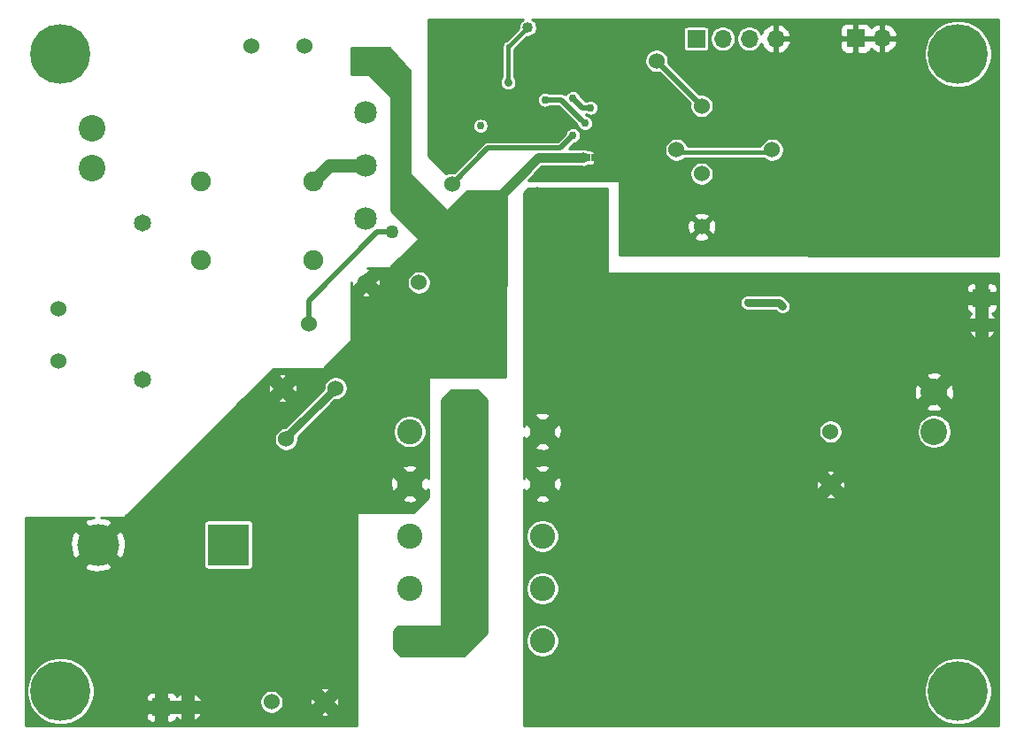
<source format=gbr>
G04 #@! TF.GenerationSoftware,KiCad,Pcbnew,(5.1.5)-3*
G04 #@! TF.CreationDate,2020-01-12T00:37:19-05:00*
G04 #@! TF.ProjectId,MAX17595_offline_20V_supply_v1,4d415831-3735-4393-955f-6f66666c696e,rev?*
G04 #@! TF.SameCoordinates,Original*
G04 #@! TF.FileFunction,Copper,L2,Bot*
G04 #@! TF.FilePolarity,Positive*
%FSLAX46Y46*%
G04 Gerber Fmt 4.6, Leading zero omitted, Abs format (unit mm)*
G04 Created by KiCad (PCBNEW (5.1.5)-3) date 2020-01-12 00:37:19*
%MOMM*%
%LPD*%
G04 APERTURE LIST*
%ADD10C,2.413000*%
%ADD11C,4.000000*%
%ADD12R,4.000000X4.000000*%
%ADD13C,2.159000*%
%ADD14C,1.905000*%
%ADD15C,1.524000*%
%ADD16C,2.540000*%
%ADD17C,1.651000*%
%ADD18C,5.715000*%
%ADD19O,1.700000X1.700000*%
%ADD20R,1.700000X1.700000*%
%ADD21R,0.889000X0.762000*%
%ADD22C,0.609600*%
%ADD23C,0.635000*%
%ADD24C,0.762000*%
%ADD25C,1.016000*%
%ADD26C,1.270000*%
%ADD27C,0.635000*%
%ADD28C,0.889000*%
%ADD29C,0.762000*%
%ADD30C,0.508000*%
%ADD31C,1.270000*%
%ADD32C,0.381000*%
%ADD33C,0.254000*%
G04 APERTURE END LIST*
D10*
X110871000Y-93268800D03*
X110871000Y-98272600D03*
X110871000Y-103276400D03*
X110871000Y-108280200D03*
X110871000Y-113284000D03*
X123571000Y-113284000D03*
X123571000Y-108280200D03*
X123571000Y-103276400D03*
X123571000Y-98272600D03*
X123571000Y-93268800D03*
D11*
X81049000Y-104090000D03*
D12*
X93549000Y-104090000D03*
D13*
X106680000Y-57658000D03*
X106680000Y-62738000D03*
X106680000Y-67818000D03*
X106680000Y-72898000D03*
D14*
X90932000Y-69342000D03*
X90932000Y-76860400D03*
X101650800Y-76860400D03*
X101650800Y-69342000D03*
D15*
X77241000Y-81521300D03*
X77241000Y-86499700D03*
D16*
X80518000Y-64262000D03*
X80518000Y-68072000D03*
D17*
X85344000Y-73279000D03*
X85344000Y-88265000D03*
D18*
X77470000Y-118110000D03*
X163322000Y-57150000D03*
X163322000Y-118110000D03*
X77470000Y-57150000D03*
D16*
X161036000Y-89458800D03*
X161036000Y-93268800D03*
D15*
X111760000Y-78994000D03*
X106680000Y-78994000D03*
X98704400Y-89103200D03*
X103784400Y-89103200D03*
D19*
X145897600Y-55676800D03*
X143357600Y-55676800D03*
X140817600Y-55676800D03*
D20*
X138277600Y-55676800D03*
D15*
X102743000Y-119126000D03*
X97663000Y-119126000D03*
X100838000Y-56388000D03*
X95758000Y-56388000D03*
X138811000Y-68580000D03*
X138811000Y-73660000D03*
D19*
X89662000Y-119634000D03*
D20*
X87122000Y-119634000D03*
X165608000Y-80467200D03*
D19*
X165608000Y-83007200D03*
X156083000Y-55626000D03*
D20*
X153543000Y-55626000D03*
D15*
X151130000Y-93268800D03*
X151130000Y-98348800D03*
D21*
X128651000Y-67081400D03*
X127762000Y-67081400D03*
D22*
X122567700Y-62814200D03*
X122567700Y-63830200D03*
X121551700Y-63830200D03*
X121551700Y-62814200D03*
X122108700Y-63326200D03*
D23*
X115980700Y-59766200D03*
D24*
X148285200Y-62509400D03*
X127711200Y-65836800D03*
D23*
X122313700Y-56210200D03*
X124091700Y-59385200D03*
D24*
X139700000Y-65278000D03*
D23*
X118503700Y-56603910D03*
D24*
X105105200Y-103936800D03*
D25*
X127508000Y-67056000D03*
D15*
X113284000Y-76962000D03*
X115824000Y-74422000D03*
X99060000Y-93980000D03*
D24*
X145415000Y-95173800D03*
X141605000Y-95173800D03*
X137795000Y-95173800D03*
X134239000Y-95173800D03*
X130683000Y-95173800D03*
X139547600Y-78790800D03*
X143637000Y-93522800D03*
X139827000Y-93522800D03*
X136017000Y-93522800D03*
X132461000Y-93522800D03*
X143637000Y-96824800D03*
X139827000Y-96824800D03*
X136017000Y-96824800D03*
X132461000Y-96824800D03*
D15*
X123063000Y-70612000D03*
D24*
X136271000Y-80137000D03*
X126492000Y-64922400D03*
D15*
X101219000Y-82981800D03*
X114935000Y-69596000D03*
D26*
X109220000Y-74168000D03*
D15*
X115062000Y-90170000D03*
X116840000Y-90170000D03*
D24*
X128168400Y-62280800D03*
X126492000Y-61341000D03*
D15*
X134493000Y-57785000D03*
X138811000Y-62103008D03*
D24*
X117636050Y-64023771D03*
X143205200Y-80924400D03*
X146558000Y-81280002D03*
X123800679Y-61518800D03*
X127635000Y-63754010D03*
D25*
X122174000Y-54610000D03*
D24*
X120256300Y-59867800D03*
D15*
X136398000Y-66294000D03*
X145542006Y-66294000D03*
D27*
X117348000Y-72390000D02*
X117856000Y-72390000D01*
D28*
X123190000Y-67056000D02*
X127508000Y-67056000D01*
X118592600Y-71424800D02*
X118821200Y-71424800D01*
X118821200Y-71424800D02*
X123190000Y-67056000D01*
D29*
X98983800Y-93903800D02*
X99060000Y-93980000D01*
X103784400Y-89103200D02*
X98983800Y-93903800D01*
D30*
X114935000Y-69596000D02*
X114935000Y-69545200D01*
X125298200Y-66116200D02*
X126492000Y-64922400D01*
X118364000Y-66116200D02*
X125298200Y-66116200D01*
X114935000Y-69545200D02*
X118364000Y-66116200D01*
X101219000Y-80721200D02*
X107772200Y-74168000D01*
X101219000Y-82981800D02*
X101219000Y-80721200D01*
X107772200Y-74168000D02*
X109220000Y-74168000D01*
X128168400Y-62280800D02*
X127431800Y-62280800D01*
X127431800Y-62280800D02*
X126492000Y-61341000D01*
X134493000Y-57785000D02*
X138811000Y-62103000D01*
X138811000Y-62103000D02*
X138811000Y-62103008D01*
D31*
X103174800Y-67818000D02*
X101650800Y-69342000D01*
X106680000Y-67818000D02*
X103174800Y-67818000D01*
D29*
X146202398Y-80924400D02*
X146558000Y-81280002D01*
X143205200Y-80924400D02*
X146202398Y-80924400D01*
D30*
X125399790Y-61518800D02*
X127254001Y-63373011D01*
X127254001Y-63373011D02*
X127635000Y-63754010D01*
X123800679Y-61518800D02*
X125399790Y-61518800D01*
D32*
X122174000Y-54610000D02*
X120294400Y-56489600D01*
X120294400Y-56362600D02*
X120294400Y-59867800D01*
D29*
X120294400Y-59867800D02*
X120256300Y-59867800D01*
D32*
X145288006Y-66548000D02*
X145542006Y-66294000D01*
X136398000Y-66294000D02*
X136652000Y-66548000D01*
X136652000Y-66548000D02*
X145288006Y-66548000D01*
D33*
G36*
X129794000Y-77978000D02*
G01*
X129796440Y-78002776D01*
X129803667Y-78026601D01*
X129815403Y-78048557D01*
X129831197Y-78067803D01*
X129850443Y-78083597D01*
X129872399Y-78095333D01*
X129896224Y-78102560D01*
X129921000Y-78105000D01*
X167159001Y-78105000D01*
X167159000Y-121439000D01*
X121793000Y-121439000D01*
X121793000Y-117791036D01*
X160083500Y-117791036D01*
X160083500Y-118428964D01*
X160207953Y-119054636D01*
X160452078Y-119644005D01*
X160806493Y-120174424D01*
X161257576Y-120625507D01*
X161787995Y-120979922D01*
X162377364Y-121224047D01*
X163003036Y-121348500D01*
X163640964Y-121348500D01*
X164266636Y-121224047D01*
X164856005Y-120979922D01*
X165386424Y-120625507D01*
X165837507Y-120174424D01*
X166191922Y-119644005D01*
X166436047Y-119054636D01*
X166560500Y-118428964D01*
X166560500Y-117791036D01*
X166436047Y-117165364D01*
X166191922Y-116575995D01*
X165837507Y-116045576D01*
X165386424Y-115594493D01*
X164856005Y-115240078D01*
X164266636Y-114995953D01*
X163640964Y-114871500D01*
X163003036Y-114871500D01*
X162377364Y-114995953D01*
X161787995Y-115240078D01*
X161257576Y-115594493D01*
X160806493Y-116045576D01*
X160452078Y-116575995D01*
X160207953Y-117165364D01*
X160083500Y-117791036D01*
X121793000Y-117791036D01*
X121793000Y-113127645D01*
X121983500Y-113127645D01*
X121983500Y-113440355D01*
X122044507Y-113747057D01*
X122164176Y-114035963D01*
X122337908Y-114295972D01*
X122559028Y-114517092D01*
X122819037Y-114690824D01*
X123107943Y-114810493D01*
X123414645Y-114871500D01*
X123727355Y-114871500D01*
X124034057Y-114810493D01*
X124322963Y-114690824D01*
X124582972Y-114517092D01*
X124804092Y-114295972D01*
X124977824Y-114035963D01*
X125097493Y-113747057D01*
X125158500Y-113440355D01*
X125158500Y-113127645D01*
X125097493Y-112820943D01*
X124977824Y-112532037D01*
X124804092Y-112272028D01*
X124582972Y-112050908D01*
X124322963Y-111877176D01*
X124034057Y-111757507D01*
X123727355Y-111696500D01*
X123414645Y-111696500D01*
X123107943Y-111757507D01*
X122819037Y-111877176D01*
X122559028Y-112050908D01*
X122337908Y-112272028D01*
X122164176Y-112532037D01*
X122044507Y-112820943D01*
X121983500Y-113127645D01*
X121793000Y-113127645D01*
X121793000Y-108123845D01*
X121983500Y-108123845D01*
X121983500Y-108436555D01*
X122044507Y-108743257D01*
X122164176Y-109032163D01*
X122337908Y-109292172D01*
X122559028Y-109513292D01*
X122819037Y-109687024D01*
X123107943Y-109806693D01*
X123414645Y-109867700D01*
X123727355Y-109867700D01*
X124034057Y-109806693D01*
X124322963Y-109687024D01*
X124582972Y-109513292D01*
X124804092Y-109292172D01*
X124977824Y-109032163D01*
X125097493Y-108743257D01*
X125158500Y-108436555D01*
X125158500Y-108123845D01*
X125097493Y-107817143D01*
X124977824Y-107528237D01*
X124804092Y-107268228D01*
X124582972Y-107047108D01*
X124322963Y-106873376D01*
X124034057Y-106753707D01*
X123727355Y-106692700D01*
X123414645Y-106692700D01*
X123107943Y-106753707D01*
X122819037Y-106873376D01*
X122559028Y-107047108D01*
X122337908Y-107268228D01*
X122164176Y-107528237D01*
X122044507Y-107817143D01*
X121983500Y-108123845D01*
X121793000Y-108123845D01*
X121793000Y-103120045D01*
X121983500Y-103120045D01*
X121983500Y-103432755D01*
X122044507Y-103739457D01*
X122164176Y-104028363D01*
X122337908Y-104288372D01*
X122559028Y-104509492D01*
X122819037Y-104683224D01*
X123107943Y-104802893D01*
X123414645Y-104863900D01*
X123727355Y-104863900D01*
X124034057Y-104802893D01*
X124322963Y-104683224D01*
X124582972Y-104509492D01*
X124804092Y-104288372D01*
X124977824Y-104028363D01*
X125097493Y-103739457D01*
X125158500Y-103432755D01*
X125158500Y-103120045D01*
X125097493Y-102813343D01*
X124977824Y-102524437D01*
X124804092Y-102264428D01*
X124582972Y-102043308D01*
X124322963Y-101869576D01*
X124034057Y-101749907D01*
X123727355Y-101688900D01*
X123414645Y-101688900D01*
X123107943Y-101749907D01*
X122819037Y-101869576D01*
X122559028Y-102043308D01*
X122337908Y-102264428D01*
X122164176Y-102524437D01*
X122044507Y-102813343D01*
X121983500Y-103120045D01*
X121793000Y-103120045D01*
X121793000Y-99772786D01*
X122789235Y-99772786D01*
X122936127Y-100010690D01*
X123287411Y-100101150D01*
X123649592Y-100121341D01*
X124008754Y-100070485D01*
X124205873Y-100010690D01*
X124352765Y-99772786D01*
X124091726Y-99511746D01*
X150685474Y-99511746D01*
X150771795Y-99706087D01*
X151043471Y-99749890D01*
X151318473Y-99739849D01*
X151488205Y-99706087D01*
X151574526Y-99511746D01*
X151130000Y-99067220D01*
X150685474Y-99511746D01*
X124091726Y-99511746D01*
X123571000Y-98991020D01*
X122789235Y-99772786D01*
X121793000Y-99772786D01*
X121793000Y-98775906D01*
X121832910Y-98907473D01*
X122070814Y-99054365D01*
X122852580Y-98272600D01*
X124289420Y-98272600D01*
X125071186Y-99054365D01*
X125309090Y-98907473D01*
X125399550Y-98556189D01*
X125415935Y-98262271D01*
X149728910Y-98262271D01*
X149738951Y-98537273D01*
X149772713Y-98707005D01*
X149967054Y-98793326D01*
X150411580Y-98348800D01*
X151848420Y-98348800D01*
X152292946Y-98793326D01*
X152487287Y-98707005D01*
X152531090Y-98435329D01*
X152521049Y-98160327D01*
X152487287Y-97990595D01*
X152292946Y-97904274D01*
X151848420Y-98348800D01*
X150411580Y-98348800D01*
X149967054Y-97904274D01*
X149772713Y-97990595D01*
X149728910Y-98262271D01*
X125415935Y-98262271D01*
X125419741Y-98194008D01*
X125368885Y-97834846D01*
X125309090Y-97637727D01*
X125071186Y-97490835D01*
X124289420Y-98272600D01*
X122852580Y-98272600D01*
X122070814Y-97490835D01*
X121832910Y-97637727D01*
X121793000Y-97792710D01*
X121793000Y-96772414D01*
X122789235Y-96772414D01*
X123571000Y-97554180D01*
X123939325Y-97185854D01*
X150685474Y-97185854D01*
X151130000Y-97630380D01*
X151574526Y-97185854D01*
X151488205Y-96991513D01*
X151216529Y-96947710D01*
X150941527Y-96957751D01*
X150771795Y-96991513D01*
X150685474Y-97185854D01*
X123939325Y-97185854D01*
X124352765Y-96772414D01*
X124205873Y-96534510D01*
X123854589Y-96444050D01*
X123492408Y-96423859D01*
X123133246Y-96474715D01*
X122936127Y-96534510D01*
X122789235Y-96772414D01*
X121793000Y-96772414D01*
X121793000Y-94768986D01*
X122789235Y-94768986D01*
X122936127Y-95006890D01*
X123287411Y-95097350D01*
X123649592Y-95117541D01*
X124008754Y-95066685D01*
X124205873Y-95006890D01*
X124352765Y-94768986D01*
X123571000Y-93987220D01*
X122789235Y-94768986D01*
X121793000Y-94768986D01*
X121793000Y-93772106D01*
X121832910Y-93903673D01*
X122070814Y-94050565D01*
X122852580Y-93268800D01*
X124289420Y-93268800D01*
X125071186Y-94050565D01*
X125309090Y-93903673D01*
X125399550Y-93552389D01*
X125419741Y-93190208D01*
X125414929Y-93156224D01*
X149987000Y-93156224D01*
X149987000Y-93381376D01*
X150030925Y-93602201D01*
X150117087Y-93810213D01*
X150242174Y-93997420D01*
X150401380Y-94156626D01*
X150588587Y-94281713D01*
X150796599Y-94367875D01*
X151017424Y-94411800D01*
X151242576Y-94411800D01*
X151463401Y-94367875D01*
X151671413Y-94281713D01*
X151858620Y-94156626D01*
X152017826Y-93997420D01*
X152142913Y-93810213D01*
X152229075Y-93602201D01*
X152273000Y-93381376D01*
X152273000Y-93156224D01*
X152263048Y-93106191D01*
X159385000Y-93106191D01*
X159385000Y-93431409D01*
X159448447Y-93750379D01*
X159572903Y-94050842D01*
X159753585Y-94321251D01*
X159983549Y-94551215D01*
X160253958Y-94731897D01*
X160554421Y-94856353D01*
X160873391Y-94919800D01*
X161198609Y-94919800D01*
X161517579Y-94856353D01*
X161818042Y-94731897D01*
X162088451Y-94551215D01*
X162318415Y-94321251D01*
X162499097Y-94050842D01*
X162623553Y-93750379D01*
X162687000Y-93431409D01*
X162687000Y-93106191D01*
X162623553Y-92787221D01*
X162499097Y-92486758D01*
X162318415Y-92216349D01*
X162088451Y-91986385D01*
X161818042Y-91805703D01*
X161517579Y-91681247D01*
X161198609Y-91617800D01*
X160873391Y-91617800D01*
X160554421Y-91681247D01*
X160253958Y-91805703D01*
X159983549Y-91986385D01*
X159753585Y-92216349D01*
X159572903Y-92486758D01*
X159448447Y-92787221D01*
X159385000Y-93106191D01*
X152263048Y-93106191D01*
X152229075Y-92935399D01*
X152142913Y-92727387D01*
X152017826Y-92540180D01*
X151858620Y-92380974D01*
X151671413Y-92255887D01*
X151463401Y-92169725D01*
X151242576Y-92125800D01*
X151017424Y-92125800D01*
X150796599Y-92169725D01*
X150588587Y-92255887D01*
X150401380Y-92380974D01*
X150242174Y-92540180D01*
X150117087Y-92727387D01*
X150030925Y-92935399D01*
X149987000Y-93156224D01*
X125414929Y-93156224D01*
X125368885Y-92831046D01*
X125309090Y-92633927D01*
X125071186Y-92487035D01*
X124289420Y-93268800D01*
X122852580Y-93268800D01*
X122070814Y-92487035D01*
X121832910Y-92633927D01*
X121793000Y-92788910D01*
X121793000Y-91768614D01*
X122789235Y-91768614D01*
X123571000Y-92550380D01*
X124352765Y-91768614D01*
X124205873Y-91530710D01*
X123854589Y-91440250D01*
X123492408Y-91420059D01*
X123133246Y-91470915D01*
X122936127Y-91530710D01*
X122789235Y-91768614D01*
X121793000Y-91768614D01*
X121793000Y-91006202D01*
X160207018Y-91006202D01*
X160362177Y-91250500D01*
X160724667Y-91347530D01*
X161099122Y-91371976D01*
X161471151Y-91322901D01*
X161709823Y-91250500D01*
X161864982Y-91006202D01*
X161036000Y-90177220D01*
X160207018Y-91006202D01*
X121793000Y-91006202D01*
X121793000Y-89521922D01*
X159122824Y-89521922D01*
X159171899Y-89893951D01*
X159244300Y-90132623D01*
X159488598Y-90287782D01*
X160317580Y-89458800D01*
X161754420Y-89458800D01*
X162583402Y-90287782D01*
X162827700Y-90132623D01*
X162924730Y-89770133D01*
X162949176Y-89395678D01*
X162900101Y-89023649D01*
X162827700Y-88784977D01*
X162583402Y-88629818D01*
X161754420Y-89458800D01*
X160317580Y-89458800D01*
X159488598Y-88629818D01*
X159244300Y-88784977D01*
X159147270Y-89147467D01*
X159122824Y-89521922D01*
X121793000Y-89521922D01*
X121793000Y-87911398D01*
X160207018Y-87911398D01*
X161036000Y-88740380D01*
X161864982Y-87911398D01*
X161709823Y-87667100D01*
X161347333Y-87570070D01*
X160972878Y-87545624D01*
X160600849Y-87594699D01*
X160362177Y-87667100D01*
X160207018Y-87911398D01*
X121793000Y-87911398D01*
X121793000Y-83727235D01*
X164309241Y-83727235D01*
X164445749Y-83931569D01*
X164648417Y-84140551D01*
X164887961Y-84305979D01*
X165100000Y-84243878D01*
X165100000Y-83515200D01*
X166116000Y-83515200D01*
X166116000Y-84243878D01*
X166328039Y-84305979D01*
X166567583Y-84140551D01*
X166770251Y-83931569D01*
X166906759Y-83727235D01*
X166833102Y-83515200D01*
X166116000Y-83515200D01*
X165100000Y-83515200D01*
X164382898Y-83515200D01*
X164309241Y-83727235D01*
X121793000Y-83727235D01*
X121793000Y-80924400D01*
X142439514Y-80924400D01*
X142443200Y-80961826D01*
X142443200Y-80999450D01*
X142450540Y-81036350D01*
X142454226Y-81073778D01*
X142465143Y-81109767D01*
X142472483Y-81146667D01*
X142486881Y-81181428D01*
X142497798Y-81217415D01*
X142515525Y-81250580D01*
X142529924Y-81285342D01*
X142550828Y-81316627D01*
X142568555Y-81349792D01*
X142592412Y-81378862D01*
X142613316Y-81410147D01*
X142639920Y-81436751D01*
X142663778Y-81465822D01*
X142692848Y-81489679D01*
X142719453Y-81516284D01*
X142750738Y-81537188D01*
X142779808Y-81561045D01*
X142812973Y-81578772D01*
X142844258Y-81599676D01*
X142879020Y-81614075D01*
X142912185Y-81631802D01*
X142948172Y-81642719D01*
X142982933Y-81657117D01*
X143019833Y-81664457D01*
X143055822Y-81675374D01*
X143093250Y-81679060D01*
X143130150Y-81686400D01*
X145886768Y-81686400D01*
X145966114Y-81765746D01*
X145966116Y-81765749D01*
X146072253Y-81871886D01*
X146103544Y-81892794D01*
X146132608Y-81916646D01*
X146165767Y-81934370D01*
X146197058Y-81955278D01*
X146231825Y-81969679D01*
X146264984Y-81987403D01*
X146300966Y-81998318D01*
X146335733Y-82012719D01*
X146372640Y-82020060D01*
X146408621Y-82030975D01*
X146446044Y-82034661D01*
X146482950Y-82042002D01*
X146520576Y-82042002D01*
X146557999Y-82045688D01*
X146595422Y-82042002D01*
X146633050Y-82042002D01*
X146669958Y-82034661D01*
X146707378Y-82030975D01*
X146743358Y-82020061D01*
X146780267Y-82012719D01*
X146815037Y-81998317D01*
X146851015Y-81987403D01*
X146884172Y-81969680D01*
X146918942Y-81955278D01*
X146950234Y-81934369D01*
X146983392Y-81916646D01*
X147012454Y-81892795D01*
X147043747Y-81871886D01*
X147070361Y-81845272D01*
X147099421Y-81821423D01*
X147123270Y-81792363D01*
X147149884Y-81765749D01*
X147170793Y-81734456D01*
X147194644Y-81705394D01*
X147212367Y-81672236D01*
X147233276Y-81640944D01*
X147247678Y-81606174D01*
X147265401Y-81573017D01*
X147276315Y-81537039D01*
X147290717Y-81502269D01*
X147298059Y-81465360D01*
X147308973Y-81429380D01*
X147312659Y-81391960D01*
X147320000Y-81355052D01*
X147320000Y-81317424D01*
X147320022Y-81317200D01*
X164119928Y-81317200D01*
X164132188Y-81441682D01*
X164168498Y-81561380D01*
X164227463Y-81671694D01*
X164306815Y-81768385D01*
X164403506Y-81847737D01*
X164513820Y-81906702D01*
X164593203Y-81930783D01*
X164445749Y-82082831D01*
X164309241Y-82287165D01*
X164382898Y-82499200D01*
X165100000Y-82499200D01*
X165100000Y-80975200D01*
X166116000Y-80975200D01*
X166116000Y-82499200D01*
X166833102Y-82499200D01*
X166906759Y-82287165D01*
X166770251Y-82082831D01*
X166622797Y-81930783D01*
X166702180Y-81906702D01*
X166812494Y-81847737D01*
X166909185Y-81768385D01*
X166988537Y-81671694D01*
X167047502Y-81561380D01*
X167083812Y-81441682D01*
X167096072Y-81317200D01*
X167093000Y-81133950D01*
X166934250Y-80975200D01*
X166116000Y-80975200D01*
X165100000Y-80975200D01*
X164281750Y-80975200D01*
X164123000Y-81133950D01*
X164119928Y-81317200D01*
X147320022Y-81317200D01*
X147323686Y-81280001D01*
X147320000Y-81242578D01*
X147320000Y-81204952D01*
X147312659Y-81168046D01*
X147308973Y-81130623D01*
X147298058Y-81094642D01*
X147290717Y-81057735D01*
X147276316Y-81022968D01*
X147265401Y-80986986D01*
X147247677Y-80953827D01*
X147233276Y-80919060D01*
X147212368Y-80887769D01*
X147194644Y-80854610D01*
X147170792Y-80825546D01*
X147149884Y-80794255D01*
X147043747Y-80688118D01*
X147043744Y-80688116D01*
X146767682Y-80412054D01*
X146743820Y-80382978D01*
X146627790Y-80287755D01*
X146495413Y-80216998D01*
X146351776Y-80173426D01*
X146239824Y-80162400D01*
X146239821Y-80162400D01*
X146202398Y-80158714D01*
X146164975Y-80162400D01*
X143130150Y-80162400D01*
X143093250Y-80169740D01*
X143055822Y-80173426D01*
X143019833Y-80184343D01*
X142982933Y-80191683D01*
X142948172Y-80206081D01*
X142912185Y-80216998D01*
X142879020Y-80234725D01*
X142844258Y-80249124D01*
X142812973Y-80270028D01*
X142779808Y-80287755D01*
X142750738Y-80311612D01*
X142719453Y-80332516D01*
X142692848Y-80359121D01*
X142663778Y-80382978D01*
X142639921Y-80412048D01*
X142613316Y-80438653D01*
X142592412Y-80469938D01*
X142568555Y-80499008D01*
X142550828Y-80532173D01*
X142529924Y-80563458D01*
X142515525Y-80598220D01*
X142497798Y-80631385D01*
X142486881Y-80667372D01*
X142472483Y-80702133D01*
X142465143Y-80739033D01*
X142454226Y-80775022D01*
X142450540Y-80812450D01*
X142443200Y-80849350D01*
X142443200Y-80886974D01*
X142439514Y-80924400D01*
X121793000Y-80924400D01*
X121793000Y-79617200D01*
X164119928Y-79617200D01*
X164123000Y-79800450D01*
X164281750Y-79959200D01*
X165100000Y-79959200D01*
X165100000Y-79140950D01*
X166116000Y-79140950D01*
X166116000Y-79959200D01*
X166934250Y-79959200D01*
X167093000Y-79800450D01*
X167096072Y-79617200D01*
X167083812Y-79492718D01*
X167047502Y-79373020D01*
X166988537Y-79262706D01*
X166909185Y-79166015D01*
X166812494Y-79086663D01*
X166702180Y-79027698D01*
X166582482Y-78991388D01*
X166458000Y-78979128D01*
X166274750Y-78982200D01*
X166116000Y-79140950D01*
X165100000Y-79140950D01*
X164941250Y-78982200D01*
X164758000Y-78979128D01*
X164633518Y-78991388D01*
X164513820Y-79027698D01*
X164403506Y-79086663D01*
X164306815Y-79166015D01*
X164227463Y-79262706D01*
X164168498Y-79373020D01*
X164132188Y-79492718D01*
X164119928Y-79617200D01*
X121793000Y-79617200D01*
X121793000Y-70410606D01*
X122226606Y-69977000D01*
X129794000Y-69977000D01*
X129794000Y-77978000D01*
G37*
X129794000Y-77978000D02*
X129796440Y-78002776D01*
X129803667Y-78026601D01*
X129815403Y-78048557D01*
X129831197Y-78067803D01*
X129850443Y-78083597D01*
X129872399Y-78095333D01*
X129896224Y-78102560D01*
X129921000Y-78105000D01*
X167159001Y-78105000D01*
X167159000Y-121439000D01*
X121793000Y-121439000D01*
X121793000Y-117791036D01*
X160083500Y-117791036D01*
X160083500Y-118428964D01*
X160207953Y-119054636D01*
X160452078Y-119644005D01*
X160806493Y-120174424D01*
X161257576Y-120625507D01*
X161787995Y-120979922D01*
X162377364Y-121224047D01*
X163003036Y-121348500D01*
X163640964Y-121348500D01*
X164266636Y-121224047D01*
X164856005Y-120979922D01*
X165386424Y-120625507D01*
X165837507Y-120174424D01*
X166191922Y-119644005D01*
X166436047Y-119054636D01*
X166560500Y-118428964D01*
X166560500Y-117791036D01*
X166436047Y-117165364D01*
X166191922Y-116575995D01*
X165837507Y-116045576D01*
X165386424Y-115594493D01*
X164856005Y-115240078D01*
X164266636Y-114995953D01*
X163640964Y-114871500D01*
X163003036Y-114871500D01*
X162377364Y-114995953D01*
X161787995Y-115240078D01*
X161257576Y-115594493D01*
X160806493Y-116045576D01*
X160452078Y-116575995D01*
X160207953Y-117165364D01*
X160083500Y-117791036D01*
X121793000Y-117791036D01*
X121793000Y-113127645D01*
X121983500Y-113127645D01*
X121983500Y-113440355D01*
X122044507Y-113747057D01*
X122164176Y-114035963D01*
X122337908Y-114295972D01*
X122559028Y-114517092D01*
X122819037Y-114690824D01*
X123107943Y-114810493D01*
X123414645Y-114871500D01*
X123727355Y-114871500D01*
X124034057Y-114810493D01*
X124322963Y-114690824D01*
X124582972Y-114517092D01*
X124804092Y-114295972D01*
X124977824Y-114035963D01*
X125097493Y-113747057D01*
X125158500Y-113440355D01*
X125158500Y-113127645D01*
X125097493Y-112820943D01*
X124977824Y-112532037D01*
X124804092Y-112272028D01*
X124582972Y-112050908D01*
X124322963Y-111877176D01*
X124034057Y-111757507D01*
X123727355Y-111696500D01*
X123414645Y-111696500D01*
X123107943Y-111757507D01*
X122819037Y-111877176D01*
X122559028Y-112050908D01*
X122337908Y-112272028D01*
X122164176Y-112532037D01*
X122044507Y-112820943D01*
X121983500Y-113127645D01*
X121793000Y-113127645D01*
X121793000Y-108123845D01*
X121983500Y-108123845D01*
X121983500Y-108436555D01*
X122044507Y-108743257D01*
X122164176Y-109032163D01*
X122337908Y-109292172D01*
X122559028Y-109513292D01*
X122819037Y-109687024D01*
X123107943Y-109806693D01*
X123414645Y-109867700D01*
X123727355Y-109867700D01*
X124034057Y-109806693D01*
X124322963Y-109687024D01*
X124582972Y-109513292D01*
X124804092Y-109292172D01*
X124977824Y-109032163D01*
X125097493Y-108743257D01*
X125158500Y-108436555D01*
X125158500Y-108123845D01*
X125097493Y-107817143D01*
X124977824Y-107528237D01*
X124804092Y-107268228D01*
X124582972Y-107047108D01*
X124322963Y-106873376D01*
X124034057Y-106753707D01*
X123727355Y-106692700D01*
X123414645Y-106692700D01*
X123107943Y-106753707D01*
X122819037Y-106873376D01*
X122559028Y-107047108D01*
X122337908Y-107268228D01*
X122164176Y-107528237D01*
X122044507Y-107817143D01*
X121983500Y-108123845D01*
X121793000Y-108123845D01*
X121793000Y-103120045D01*
X121983500Y-103120045D01*
X121983500Y-103432755D01*
X122044507Y-103739457D01*
X122164176Y-104028363D01*
X122337908Y-104288372D01*
X122559028Y-104509492D01*
X122819037Y-104683224D01*
X123107943Y-104802893D01*
X123414645Y-104863900D01*
X123727355Y-104863900D01*
X124034057Y-104802893D01*
X124322963Y-104683224D01*
X124582972Y-104509492D01*
X124804092Y-104288372D01*
X124977824Y-104028363D01*
X125097493Y-103739457D01*
X125158500Y-103432755D01*
X125158500Y-103120045D01*
X125097493Y-102813343D01*
X124977824Y-102524437D01*
X124804092Y-102264428D01*
X124582972Y-102043308D01*
X124322963Y-101869576D01*
X124034057Y-101749907D01*
X123727355Y-101688900D01*
X123414645Y-101688900D01*
X123107943Y-101749907D01*
X122819037Y-101869576D01*
X122559028Y-102043308D01*
X122337908Y-102264428D01*
X122164176Y-102524437D01*
X122044507Y-102813343D01*
X121983500Y-103120045D01*
X121793000Y-103120045D01*
X121793000Y-99772786D01*
X122789235Y-99772786D01*
X122936127Y-100010690D01*
X123287411Y-100101150D01*
X123649592Y-100121341D01*
X124008754Y-100070485D01*
X124205873Y-100010690D01*
X124352765Y-99772786D01*
X124091726Y-99511746D01*
X150685474Y-99511746D01*
X150771795Y-99706087D01*
X151043471Y-99749890D01*
X151318473Y-99739849D01*
X151488205Y-99706087D01*
X151574526Y-99511746D01*
X151130000Y-99067220D01*
X150685474Y-99511746D01*
X124091726Y-99511746D01*
X123571000Y-98991020D01*
X122789235Y-99772786D01*
X121793000Y-99772786D01*
X121793000Y-98775906D01*
X121832910Y-98907473D01*
X122070814Y-99054365D01*
X122852580Y-98272600D01*
X124289420Y-98272600D01*
X125071186Y-99054365D01*
X125309090Y-98907473D01*
X125399550Y-98556189D01*
X125415935Y-98262271D01*
X149728910Y-98262271D01*
X149738951Y-98537273D01*
X149772713Y-98707005D01*
X149967054Y-98793326D01*
X150411580Y-98348800D01*
X151848420Y-98348800D01*
X152292946Y-98793326D01*
X152487287Y-98707005D01*
X152531090Y-98435329D01*
X152521049Y-98160327D01*
X152487287Y-97990595D01*
X152292946Y-97904274D01*
X151848420Y-98348800D01*
X150411580Y-98348800D01*
X149967054Y-97904274D01*
X149772713Y-97990595D01*
X149728910Y-98262271D01*
X125415935Y-98262271D01*
X125419741Y-98194008D01*
X125368885Y-97834846D01*
X125309090Y-97637727D01*
X125071186Y-97490835D01*
X124289420Y-98272600D01*
X122852580Y-98272600D01*
X122070814Y-97490835D01*
X121832910Y-97637727D01*
X121793000Y-97792710D01*
X121793000Y-96772414D01*
X122789235Y-96772414D01*
X123571000Y-97554180D01*
X123939325Y-97185854D01*
X150685474Y-97185854D01*
X151130000Y-97630380D01*
X151574526Y-97185854D01*
X151488205Y-96991513D01*
X151216529Y-96947710D01*
X150941527Y-96957751D01*
X150771795Y-96991513D01*
X150685474Y-97185854D01*
X123939325Y-97185854D01*
X124352765Y-96772414D01*
X124205873Y-96534510D01*
X123854589Y-96444050D01*
X123492408Y-96423859D01*
X123133246Y-96474715D01*
X122936127Y-96534510D01*
X122789235Y-96772414D01*
X121793000Y-96772414D01*
X121793000Y-94768986D01*
X122789235Y-94768986D01*
X122936127Y-95006890D01*
X123287411Y-95097350D01*
X123649592Y-95117541D01*
X124008754Y-95066685D01*
X124205873Y-95006890D01*
X124352765Y-94768986D01*
X123571000Y-93987220D01*
X122789235Y-94768986D01*
X121793000Y-94768986D01*
X121793000Y-93772106D01*
X121832910Y-93903673D01*
X122070814Y-94050565D01*
X122852580Y-93268800D01*
X124289420Y-93268800D01*
X125071186Y-94050565D01*
X125309090Y-93903673D01*
X125399550Y-93552389D01*
X125419741Y-93190208D01*
X125414929Y-93156224D01*
X149987000Y-93156224D01*
X149987000Y-93381376D01*
X150030925Y-93602201D01*
X150117087Y-93810213D01*
X150242174Y-93997420D01*
X150401380Y-94156626D01*
X150588587Y-94281713D01*
X150796599Y-94367875D01*
X151017424Y-94411800D01*
X151242576Y-94411800D01*
X151463401Y-94367875D01*
X151671413Y-94281713D01*
X151858620Y-94156626D01*
X152017826Y-93997420D01*
X152142913Y-93810213D01*
X152229075Y-93602201D01*
X152273000Y-93381376D01*
X152273000Y-93156224D01*
X152263048Y-93106191D01*
X159385000Y-93106191D01*
X159385000Y-93431409D01*
X159448447Y-93750379D01*
X159572903Y-94050842D01*
X159753585Y-94321251D01*
X159983549Y-94551215D01*
X160253958Y-94731897D01*
X160554421Y-94856353D01*
X160873391Y-94919800D01*
X161198609Y-94919800D01*
X161517579Y-94856353D01*
X161818042Y-94731897D01*
X162088451Y-94551215D01*
X162318415Y-94321251D01*
X162499097Y-94050842D01*
X162623553Y-93750379D01*
X162687000Y-93431409D01*
X162687000Y-93106191D01*
X162623553Y-92787221D01*
X162499097Y-92486758D01*
X162318415Y-92216349D01*
X162088451Y-91986385D01*
X161818042Y-91805703D01*
X161517579Y-91681247D01*
X161198609Y-91617800D01*
X160873391Y-91617800D01*
X160554421Y-91681247D01*
X160253958Y-91805703D01*
X159983549Y-91986385D01*
X159753585Y-92216349D01*
X159572903Y-92486758D01*
X159448447Y-92787221D01*
X159385000Y-93106191D01*
X152263048Y-93106191D01*
X152229075Y-92935399D01*
X152142913Y-92727387D01*
X152017826Y-92540180D01*
X151858620Y-92380974D01*
X151671413Y-92255887D01*
X151463401Y-92169725D01*
X151242576Y-92125800D01*
X151017424Y-92125800D01*
X150796599Y-92169725D01*
X150588587Y-92255887D01*
X150401380Y-92380974D01*
X150242174Y-92540180D01*
X150117087Y-92727387D01*
X150030925Y-92935399D01*
X149987000Y-93156224D01*
X125414929Y-93156224D01*
X125368885Y-92831046D01*
X125309090Y-92633927D01*
X125071186Y-92487035D01*
X124289420Y-93268800D01*
X122852580Y-93268800D01*
X122070814Y-92487035D01*
X121832910Y-92633927D01*
X121793000Y-92788910D01*
X121793000Y-91768614D01*
X122789235Y-91768614D01*
X123571000Y-92550380D01*
X124352765Y-91768614D01*
X124205873Y-91530710D01*
X123854589Y-91440250D01*
X123492408Y-91420059D01*
X123133246Y-91470915D01*
X122936127Y-91530710D01*
X122789235Y-91768614D01*
X121793000Y-91768614D01*
X121793000Y-91006202D01*
X160207018Y-91006202D01*
X160362177Y-91250500D01*
X160724667Y-91347530D01*
X161099122Y-91371976D01*
X161471151Y-91322901D01*
X161709823Y-91250500D01*
X161864982Y-91006202D01*
X161036000Y-90177220D01*
X160207018Y-91006202D01*
X121793000Y-91006202D01*
X121793000Y-89521922D01*
X159122824Y-89521922D01*
X159171899Y-89893951D01*
X159244300Y-90132623D01*
X159488598Y-90287782D01*
X160317580Y-89458800D01*
X161754420Y-89458800D01*
X162583402Y-90287782D01*
X162827700Y-90132623D01*
X162924730Y-89770133D01*
X162949176Y-89395678D01*
X162900101Y-89023649D01*
X162827700Y-88784977D01*
X162583402Y-88629818D01*
X161754420Y-89458800D01*
X160317580Y-89458800D01*
X159488598Y-88629818D01*
X159244300Y-88784977D01*
X159147270Y-89147467D01*
X159122824Y-89521922D01*
X121793000Y-89521922D01*
X121793000Y-87911398D01*
X160207018Y-87911398D01*
X161036000Y-88740380D01*
X161864982Y-87911398D01*
X161709823Y-87667100D01*
X161347333Y-87570070D01*
X160972878Y-87545624D01*
X160600849Y-87594699D01*
X160362177Y-87667100D01*
X160207018Y-87911398D01*
X121793000Y-87911398D01*
X121793000Y-83727235D01*
X164309241Y-83727235D01*
X164445749Y-83931569D01*
X164648417Y-84140551D01*
X164887961Y-84305979D01*
X165100000Y-84243878D01*
X165100000Y-83515200D01*
X166116000Y-83515200D01*
X166116000Y-84243878D01*
X166328039Y-84305979D01*
X166567583Y-84140551D01*
X166770251Y-83931569D01*
X166906759Y-83727235D01*
X166833102Y-83515200D01*
X166116000Y-83515200D01*
X165100000Y-83515200D01*
X164382898Y-83515200D01*
X164309241Y-83727235D01*
X121793000Y-83727235D01*
X121793000Y-80924400D01*
X142439514Y-80924400D01*
X142443200Y-80961826D01*
X142443200Y-80999450D01*
X142450540Y-81036350D01*
X142454226Y-81073778D01*
X142465143Y-81109767D01*
X142472483Y-81146667D01*
X142486881Y-81181428D01*
X142497798Y-81217415D01*
X142515525Y-81250580D01*
X142529924Y-81285342D01*
X142550828Y-81316627D01*
X142568555Y-81349792D01*
X142592412Y-81378862D01*
X142613316Y-81410147D01*
X142639920Y-81436751D01*
X142663778Y-81465822D01*
X142692848Y-81489679D01*
X142719453Y-81516284D01*
X142750738Y-81537188D01*
X142779808Y-81561045D01*
X142812973Y-81578772D01*
X142844258Y-81599676D01*
X142879020Y-81614075D01*
X142912185Y-81631802D01*
X142948172Y-81642719D01*
X142982933Y-81657117D01*
X143019833Y-81664457D01*
X143055822Y-81675374D01*
X143093250Y-81679060D01*
X143130150Y-81686400D01*
X145886768Y-81686400D01*
X145966114Y-81765746D01*
X145966116Y-81765749D01*
X146072253Y-81871886D01*
X146103544Y-81892794D01*
X146132608Y-81916646D01*
X146165767Y-81934370D01*
X146197058Y-81955278D01*
X146231825Y-81969679D01*
X146264984Y-81987403D01*
X146300966Y-81998318D01*
X146335733Y-82012719D01*
X146372640Y-82020060D01*
X146408621Y-82030975D01*
X146446044Y-82034661D01*
X146482950Y-82042002D01*
X146520576Y-82042002D01*
X146557999Y-82045688D01*
X146595422Y-82042002D01*
X146633050Y-82042002D01*
X146669958Y-82034661D01*
X146707378Y-82030975D01*
X146743358Y-82020061D01*
X146780267Y-82012719D01*
X146815037Y-81998317D01*
X146851015Y-81987403D01*
X146884172Y-81969680D01*
X146918942Y-81955278D01*
X146950234Y-81934369D01*
X146983392Y-81916646D01*
X147012454Y-81892795D01*
X147043747Y-81871886D01*
X147070361Y-81845272D01*
X147099421Y-81821423D01*
X147123270Y-81792363D01*
X147149884Y-81765749D01*
X147170793Y-81734456D01*
X147194644Y-81705394D01*
X147212367Y-81672236D01*
X147233276Y-81640944D01*
X147247678Y-81606174D01*
X147265401Y-81573017D01*
X147276315Y-81537039D01*
X147290717Y-81502269D01*
X147298059Y-81465360D01*
X147308973Y-81429380D01*
X147312659Y-81391960D01*
X147320000Y-81355052D01*
X147320000Y-81317424D01*
X147320022Y-81317200D01*
X164119928Y-81317200D01*
X164132188Y-81441682D01*
X164168498Y-81561380D01*
X164227463Y-81671694D01*
X164306815Y-81768385D01*
X164403506Y-81847737D01*
X164513820Y-81906702D01*
X164593203Y-81930783D01*
X164445749Y-82082831D01*
X164309241Y-82287165D01*
X164382898Y-82499200D01*
X165100000Y-82499200D01*
X165100000Y-80975200D01*
X166116000Y-80975200D01*
X166116000Y-82499200D01*
X166833102Y-82499200D01*
X166906759Y-82287165D01*
X166770251Y-82082831D01*
X166622797Y-81930783D01*
X166702180Y-81906702D01*
X166812494Y-81847737D01*
X166909185Y-81768385D01*
X166988537Y-81671694D01*
X167047502Y-81561380D01*
X167083812Y-81441682D01*
X167096072Y-81317200D01*
X167093000Y-81133950D01*
X166934250Y-80975200D01*
X166116000Y-80975200D01*
X165100000Y-80975200D01*
X164281750Y-80975200D01*
X164123000Y-81133950D01*
X164119928Y-81317200D01*
X147320022Y-81317200D01*
X147323686Y-81280001D01*
X147320000Y-81242578D01*
X147320000Y-81204952D01*
X147312659Y-81168046D01*
X147308973Y-81130623D01*
X147298058Y-81094642D01*
X147290717Y-81057735D01*
X147276316Y-81022968D01*
X147265401Y-80986986D01*
X147247677Y-80953827D01*
X147233276Y-80919060D01*
X147212368Y-80887769D01*
X147194644Y-80854610D01*
X147170792Y-80825546D01*
X147149884Y-80794255D01*
X147043747Y-80688118D01*
X147043744Y-80688116D01*
X146767682Y-80412054D01*
X146743820Y-80382978D01*
X146627790Y-80287755D01*
X146495413Y-80216998D01*
X146351776Y-80173426D01*
X146239824Y-80162400D01*
X146239821Y-80162400D01*
X146202398Y-80158714D01*
X146164975Y-80162400D01*
X143130150Y-80162400D01*
X143093250Y-80169740D01*
X143055822Y-80173426D01*
X143019833Y-80184343D01*
X142982933Y-80191683D01*
X142948172Y-80206081D01*
X142912185Y-80216998D01*
X142879020Y-80234725D01*
X142844258Y-80249124D01*
X142812973Y-80270028D01*
X142779808Y-80287755D01*
X142750738Y-80311612D01*
X142719453Y-80332516D01*
X142692848Y-80359121D01*
X142663778Y-80382978D01*
X142639921Y-80412048D01*
X142613316Y-80438653D01*
X142592412Y-80469938D01*
X142568555Y-80499008D01*
X142550828Y-80532173D01*
X142529924Y-80563458D01*
X142515525Y-80598220D01*
X142497798Y-80631385D01*
X142486881Y-80667372D01*
X142472483Y-80702133D01*
X142465143Y-80739033D01*
X142454226Y-80775022D01*
X142450540Y-80812450D01*
X142443200Y-80849350D01*
X142443200Y-80886974D01*
X142439514Y-80924400D01*
X121793000Y-80924400D01*
X121793000Y-79617200D01*
X164119928Y-79617200D01*
X164123000Y-79800450D01*
X164281750Y-79959200D01*
X165100000Y-79959200D01*
X165100000Y-79140950D01*
X166116000Y-79140950D01*
X166116000Y-79959200D01*
X166934250Y-79959200D01*
X167093000Y-79800450D01*
X167096072Y-79617200D01*
X167083812Y-79492718D01*
X167047502Y-79373020D01*
X166988537Y-79262706D01*
X166909185Y-79166015D01*
X166812494Y-79086663D01*
X166702180Y-79027698D01*
X166582482Y-78991388D01*
X166458000Y-78979128D01*
X166274750Y-78982200D01*
X166116000Y-79140950D01*
X165100000Y-79140950D01*
X164941250Y-78982200D01*
X164758000Y-78979128D01*
X164633518Y-78991388D01*
X164513820Y-79027698D01*
X164403506Y-79086663D01*
X164306815Y-79166015D01*
X164227463Y-79262706D01*
X164168498Y-79373020D01*
X164132188Y-79492718D01*
X164119928Y-79617200D01*
X121793000Y-79617200D01*
X121793000Y-70410606D01*
X122226606Y-69977000D01*
X129794000Y-69977000D01*
X129794000Y-77978000D01*
G36*
X121752901Y-53822179D02*
G01*
X121607296Y-53919469D01*
X121483469Y-54043296D01*
X121386179Y-54188901D01*
X121319164Y-54350688D01*
X121285000Y-54522441D01*
X121285000Y-54690777D01*
X120173815Y-55801963D01*
X120074638Y-55832048D01*
X119975355Y-55885116D01*
X119888333Y-55956533D01*
X119816916Y-56043556D01*
X119763848Y-56142839D01*
X119731169Y-56250567D01*
X119722900Y-56334527D01*
X119722900Y-56461525D01*
X119720135Y-56489600D01*
X119722900Y-56517675D01*
X119722901Y-59319794D01*
X119714878Y-59326378D01*
X119691021Y-59355448D01*
X119664416Y-59382053D01*
X119643512Y-59413338D01*
X119619655Y-59442408D01*
X119601928Y-59475573D01*
X119581024Y-59506858D01*
X119566625Y-59541620D01*
X119548898Y-59574785D01*
X119537981Y-59610772D01*
X119523583Y-59645533D01*
X119516243Y-59682433D01*
X119505326Y-59718422D01*
X119501640Y-59755850D01*
X119494300Y-59792750D01*
X119494300Y-59830374D01*
X119490614Y-59867800D01*
X119494300Y-59905226D01*
X119494300Y-59942850D01*
X119501640Y-59979750D01*
X119505326Y-60017178D01*
X119516243Y-60053167D01*
X119523583Y-60090067D01*
X119537981Y-60124828D01*
X119548898Y-60160815D01*
X119566625Y-60193980D01*
X119581024Y-60228742D01*
X119601928Y-60260027D01*
X119619655Y-60293192D01*
X119643512Y-60322262D01*
X119664416Y-60353547D01*
X119691021Y-60380152D01*
X119714878Y-60409222D01*
X119743948Y-60433079D01*
X119770553Y-60459684D01*
X119801838Y-60480588D01*
X119830908Y-60504445D01*
X119864073Y-60522172D01*
X119895358Y-60543076D01*
X119930120Y-60557475D01*
X119963285Y-60575202D01*
X119999272Y-60586119D01*
X120034033Y-60600517D01*
X120070933Y-60607857D01*
X120106922Y-60618774D01*
X120144350Y-60622460D01*
X120181250Y-60629800D01*
X120331826Y-60629800D01*
X120443778Y-60618774D01*
X120587415Y-60575202D01*
X120719792Y-60504445D01*
X120835822Y-60409222D01*
X120931045Y-60293192D01*
X121001802Y-60160815D01*
X121045374Y-60017178D01*
X121060086Y-59867800D01*
X121045374Y-59718422D01*
X121001802Y-59574785D01*
X120931045Y-59442408D01*
X120865900Y-59363028D01*
X120865900Y-57672424D01*
X133350000Y-57672424D01*
X133350000Y-57897576D01*
X133393925Y-58118401D01*
X133480087Y-58326413D01*
X133605174Y-58513620D01*
X133764380Y-58672826D01*
X133951587Y-58797913D01*
X134159599Y-58884075D01*
X134380424Y-58928000D01*
X134605576Y-58928000D01*
X134716009Y-58906033D01*
X137689968Y-61879993D01*
X137668000Y-61990432D01*
X137668000Y-62215584D01*
X137711925Y-62436409D01*
X137798087Y-62644421D01*
X137923174Y-62831628D01*
X138082380Y-62990834D01*
X138269587Y-63115921D01*
X138477599Y-63202083D01*
X138698424Y-63246008D01*
X138923576Y-63246008D01*
X139144401Y-63202083D01*
X139352413Y-63115921D01*
X139539620Y-62990834D01*
X139698826Y-62831628D01*
X139823913Y-62644421D01*
X139910075Y-62436409D01*
X139954000Y-62215584D01*
X139954000Y-61990432D01*
X139910075Y-61769607D01*
X139823913Y-61561595D01*
X139698826Y-61374388D01*
X139539620Y-61215182D01*
X139352413Y-61090095D01*
X139144401Y-61003933D01*
X138923576Y-60960008D01*
X138698424Y-60960008D01*
X138587998Y-60981973D01*
X135614033Y-58008009D01*
X135636000Y-57897576D01*
X135636000Y-57672424D01*
X135592075Y-57451599D01*
X135505913Y-57243587D01*
X135380826Y-57056380D01*
X135221620Y-56897174D01*
X135034413Y-56772087D01*
X134826401Y-56685925D01*
X134605576Y-56642000D01*
X134380424Y-56642000D01*
X134159599Y-56685925D01*
X133951587Y-56772087D01*
X133764380Y-56897174D01*
X133605174Y-57056380D01*
X133480087Y-57243587D01*
X133393925Y-57451599D01*
X133350000Y-57672424D01*
X120865900Y-57672424D01*
X120865900Y-56726322D01*
X122093223Y-55499000D01*
X122261559Y-55499000D01*
X122433312Y-55464836D01*
X122595099Y-55397821D01*
X122740704Y-55300531D01*
X122864531Y-55176704D01*
X122961821Y-55031099D01*
X123028836Y-54869312D01*
X123037292Y-54826800D01*
X137044757Y-54826800D01*
X137044757Y-56526800D01*
X137052113Y-56601489D01*
X137073899Y-56673308D01*
X137109278Y-56739496D01*
X137156889Y-56797511D01*
X137214904Y-56845122D01*
X137281092Y-56880501D01*
X137352911Y-56902287D01*
X137427600Y-56909643D01*
X139127600Y-56909643D01*
X139202289Y-56902287D01*
X139274108Y-56880501D01*
X139340296Y-56845122D01*
X139398311Y-56797511D01*
X139445922Y-56739496D01*
X139481301Y-56673308D01*
X139503087Y-56601489D01*
X139510443Y-56526800D01*
X139510443Y-55555557D01*
X139586600Y-55555557D01*
X139586600Y-55798043D01*
X139633907Y-56035869D01*
X139726702Y-56259897D01*
X139861420Y-56461517D01*
X140032883Y-56632980D01*
X140234503Y-56767698D01*
X140458531Y-56860493D01*
X140696357Y-56907800D01*
X140938843Y-56907800D01*
X141176669Y-56860493D01*
X141400697Y-56767698D01*
X141602317Y-56632980D01*
X141773780Y-56461517D01*
X141908498Y-56259897D01*
X142001293Y-56035869D01*
X142048600Y-55798043D01*
X142048600Y-55555557D01*
X142126600Y-55555557D01*
X142126600Y-55798043D01*
X142173907Y-56035869D01*
X142266702Y-56259897D01*
X142401420Y-56461517D01*
X142572883Y-56632980D01*
X142774503Y-56767698D01*
X142998531Y-56860493D01*
X143236357Y-56907800D01*
X143478843Y-56907800D01*
X143716669Y-56860493D01*
X143940697Y-56767698D01*
X144142317Y-56632980D01*
X144313780Y-56461517D01*
X144448498Y-56259897D01*
X144495828Y-56145632D01*
X144553443Y-56308052D01*
X144702422Y-56558155D01*
X144897331Y-56774388D01*
X145130680Y-56948441D01*
X145393501Y-57073625D01*
X145540710Y-57118276D01*
X145770600Y-56996955D01*
X145770600Y-55803800D01*
X146024600Y-55803800D01*
X146024600Y-56996955D01*
X146254490Y-57118276D01*
X146401699Y-57073625D01*
X146664520Y-56948441D01*
X146897869Y-56774388D01*
X147092778Y-56558155D01*
X147141715Y-56476000D01*
X152054928Y-56476000D01*
X152067188Y-56600482D01*
X152103498Y-56720180D01*
X152162463Y-56830494D01*
X152241815Y-56927185D01*
X152338506Y-57006537D01*
X152448820Y-57065502D01*
X152568518Y-57101812D01*
X152693000Y-57114072D01*
X153257250Y-57111000D01*
X153416000Y-56952250D01*
X153416000Y-55753000D01*
X153670000Y-55753000D01*
X153670000Y-56952250D01*
X153828750Y-57111000D01*
X154393000Y-57114072D01*
X154517482Y-57101812D01*
X154637180Y-57065502D01*
X154747494Y-57006537D01*
X154844185Y-56927185D01*
X154923537Y-56830494D01*
X154982502Y-56720180D01*
X155006966Y-56639534D01*
X155082731Y-56723588D01*
X155316080Y-56897641D01*
X155578901Y-57022825D01*
X155726110Y-57067476D01*
X155956000Y-56946155D01*
X155956000Y-55753000D01*
X156210000Y-55753000D01*
X156210000Y-56946155D01*
X156439890Y-57067476D01*
X156587099Y-57022825D01*
X156849920Y-56897641D01*
X156939215Y-56831036D01*
X160083500Y-56831036D01*
X160083500Y-57468964D01*
X160207953Y-58094636D01*
X160452078Y-58684005D01*
X160806493Y-59214424D01*
X161257576Y-59665507D01*
X161787995Y-60019922D01*
X162377364Y-60264047D01*
X163003036Y-60388500D01*
X163640964Y-60388500D01*
X164266636Y-60264047D01*
X164856005Y-60019922D01*
X165386424Y-59665507D01*
X165837507Y-59214424D01*
X166191922Y-58684005D01*
X166436047Y-58094636D01*
X166560500Y-57468964D01*
X166560500Y-56831036D01*
X166436047Y-56205364D01*
X166191922Y-55615995D01*
X165837507Y-55085576D01*
X165386424Y-54634493D01*
X164856005Y-54280078D01*
X164266636Y-54035953D01*
X163640964Y-53911500D01*
X163003036Y-53911500D01*
X162377364Y-54035953D01*
X161787995Y-54280078D01*
X161257576Y-54634493D01*
X160806493Y-55085576D01*
X160452078Y-55615995D01*
X160207953Y-56205364D01*
X160083500Y-56831036D01*
X156939215Y-56831036D01*
X157083269Y-56723588D01*
X157278178Y-56507355D01*
X157427157Y-56257252D01*
X157524481Y-55982891D01*
X157403814Y-55753000D01*
X156210000Y-55753000D01*
X155956000Y-55753000D01*
X153670000Y-55753000D01*
X153416000Y-55753000D01*
X152216750Y-55753000D01*
X152058000Y-55911750D01*
X152054928Y-56476000D01*
X147141715Y-56476000D01*
X147241757Y-56308052D01*
X147339081Y-56033691D01*
X147218414Y-55803800D01*
X146024600Y-55803800D01*
X145770600Y-55803800D01*
X145750600Y-55803800D01*
X145750600Y-55549800D01*
X145770600Y-55549800D01*
X145770600Y-54356645D01*
X146024600Y-54356645D01*
X146024600Y-55549800D01*
X147218414Y-55549800D01*
X147339081Y-55319909D01*
X147241757Y-55045548D01*
X147092778Y-54795445D01*
X147075251Y-54776000D01*
X152054928Y-54776000D01*
X152058000Y-55340250D01*
X152216750Y-55499000D01*
X153416000Y-55499000D01*
X153416000Y-54299750D01*
X153670000Y-54299750D01*
X153670000Y-55499000D01*
X155956000Y-55499000D01*
X155956000Y-54305845D01*
X156210000Y-54305845D01*
X156210000Y-55499000D01*
X157403814Y-55499000D01*
X157524481Y-55269109D01*
X157427157Y-54994748D01*
X157278178Y-54744645D01*
X157083269Y-54528412D01*
X156849920Y-54354359D01*
X156587099Y-54229175D01*
X156439890Y-54184524D01*
X156210000Y-54305845D01*
X155956000Y-54305845D01*
X155726110Y-54184524D01*
X155578901Y-54229175D01*
X155316080Y-54354359D01*
X155082731Y-54528412D01*
X155006966Y-54612466D01*
X154982502Y-54531820D01*
X154923537Y-54421506D01*
X154844185Y-54324815D01*
X154747494Y-54245463D01*
X154637180Y-54186498D01*
X154517482Y-54150188D01*
X154393000Y-54137928D01*
X153828750Y-54141000D01*
X153670000Y-54299750D01*
X153416000Y-54299750D01*
X153257250Y-54141000D01*
X152693000Y-54137928D01*
X152568518Y-54150188D01*
X152448820Y-54186498D01*
X152338506Y-54245463D01*
X152241815Y-54324815D01*
X152162463Y-54421506D01*
X152103498Y-54531820D01*
X152067188Y-54651518D01*
X152054928Y-54776000D01*
X147075251Y-54776000D01*
X146897869Y-54579212D01*
X146664520Y-54405159D01*
X146401699Y-54279975D01*
X146254490Y-54235324D01*
X146024600Y-54356645D01*
X145770600Y-54356645D01*
X145540710Y-54235324D01*
X145393501Y-54279975D01*
X145130680Y-54405159D01*
X144897331Y-54579212D01*
X144702422Y-54795445D01*
X144553443Y-55045548D01*
X144495828Y-55207968D01*
X144448498Y-55093703D01*
X144313780Y-54892083D01*
X144142317Y-54720620D01*
X143940697Y-54585902D01*
X143716669Y-54493107D01*
X143478843Y-54445800D01*
X143236357Y-54445800D01*
X142998531Y-54493107D01*
X142774503Y-54585902D01*
X142572883Y-54720620D01*
X142401420Y-54892083D01*
X142266702Y-55093703D01*
X142173907Y-55317731D01*
X142126600Y-55555557D01*
X142048600Y-55555557D01*
X142001293Y-55317731D01*
X141908498Y-55093703D01*
X141773780Y-54892083D01*
X141602317Y-54720620D01*
X141400697Y-54585902D01*
X141176669Y-54493107D01*
X140938843Y-54445800D01*
X140696357Y-54445800D01*
X140458531Y-54493107D01*
X140234503Y-54585902D01*
X140032883Y-54720620D01*
X139861420Y-54892083D01*
X139726702Y-55093703D01*
X139633907Y-55317731D01*
X139586600Y-55555557D01*
X139510443Y-55555557D01*
X139510443Y-54826800D01*
X139503087Y-54752111D01*
X139481301Y-54680292D01*
X139445922Y-54614104D01*
X139398311Y-54556089D01*
X139340296Y-54508478D01*
X139274108Y-54473099D01*
X139202289Y-54451313D01*
X139127600Y-54443957D01*
X137427600Y-54443957D01*
X137352911Y-54451313D01*
X137281092Y-54473099D01*
X137214904Y-54508478D01*
X137156889Y-54556089D01*
X137109278Y-54614104D01*
X137073899Y-54680292D01*
X137052113Y-54752111D01*
X137044757Y-54826800D01*
X123037292Y-54826800D01*
X123063000Y-54697559D01*
X123063000Y-54522441D01*
X123028836Y-54350688D01*
X122961821Y-54188901D01*
X122864531Y-54043296D01*
X122740704Y-53919469D01*
X122595099Y-53822179D01*
X122592253Y-53821000D01*
X167159001Y-53821000D01*
X167159001Y-76427272D01*
X130937000Y-76327349D01*
X130937000Y-74625565D01*
X138025040Y-74625565D01*
X138092020Y-74865656D01*
X138341048Y-74982756D01*
X138608135Y-75049023D01*
X138883017Y-75061910D01*
X139155133Y-75020922D01*
X139414023Y-74927636D01*
X139529980Y-74865656D01*
X139596960Y-74625565D01*
X138811000Y-73839605D01*
X138025040Y-74625565D01*
X130937000Y-74625565D01*
X130937000Y-73732017D01*
X137409090Y-73732017D01*
X137450078Y-74004133D01*
X137543364Y-74263023D01*
X137605344Y-74378980D01*
X137845435Y-74445960D01*
X138631395Y-73660000D01*
X138990605Y-73660000D01*
X139776565Y-74445960D01*
X140016656Y-74378980D01*
X140133756Y-74129952D01*
X140200023Y-73862865D01*
X140212910Y-73587983D01*
X140171922Y-73315867D01*
X140078636Y-73056977D01*
X140016656Y-72941020D01*
X139776565Y-72874040D01*
X138990605Y-73660000D01*
X138631395Y-73660000D01*
X137845435Y-72874040D01*
X137605344Y-72941020D01*
X137488244Y-73190048D01*
X137421977Y-73457135D01*
X137409090Y-73732017D01*
X130937000Y-73732017D01*
X130937000Y-72694435D01*
X138025040Y-72694435D01*
X138811000Y-73480395D01*
X139596960Y-72694435D01*
X139529980Y-72454344D01*
X139280952Y-72337244D01*
X139013865Y-72270977D01*
X138738983Y-72258090D01*
X138466867Y-72299078D01*
X138207977Y-72392364D01*
X138092020Y-72454344D01*
X138025040Y-72694435D01*
X130937000Y-72694435D01*
X130937000Y-69342000D01*
X130934560Y-69317224D01*
X130927333Y-69293399D01*
X130915597Y-69271443D01*
X130899803Y-69252197D01*
X130880557Y-69236403D01*
X130858601Y-69224667D01*
X130834776Y-69217440D01*
X130810000Y-69215000D01*
X122198433Y-69215000D01*
X122946009Y-68467424D01*
X137668000Y-68467424D01*
X137668000Y-68692576D01*
X137711925Y-68913401D01*
X137798087Y-69121413D01*
X137923174Y-69308620D01*
X138082380Y-69467826D01*
X138269587Y-69592913D01*
X138477599Y-69679075D01*
X138698424Y-69723000D01*
X138923576Y-69723000D01*
X139144401Y-69679075D01*
X139352413Y-69592913D01*
X139539620Y-69467826D01*
X139698826Y-69308620D01*
X139823913Y-69121413D01*
X139910075Y-68913401D01*
X139954000Y-68692576D01*
X139954000Y-68467424D01*
X139910075Y-68246599D01*
X139823913Y-68038587D01*
X139698826Y-67851380D01*
X139539620Y-67692174D01*
X139352413Y-67567087D01*
X139144401Y-67480925D01*
X138923576Y-67437000D01*
X138698424Y-67437000D01*
X138477599Y-67480925D01*
X138269587Y-67567087D01*
X138082380Y-67692174D01*
X137923174Y-67851380D01*
X137798087Y-68038587D01*
X137711925Y-68246599D01*
X137668000Y-68467424D01*
X122946009Y-68467424D01*
X123531933Y-67881500D01*
X127177865Y-67881500D01*
X127248688Y-67910836D01*
X127420441Y-67945000D01*
X127595559Y-67945000D01*
X127755059Y-67913273D01*
X127755315Y-67913585D01*
X127852006Y-67992937D01*
X127962320Y-68051902D01*
X128082018Y-68088212D01*
X128206500Y-68100472D01*
X128365250Y-68097400D01*
X128524000Y-67938650D01*
X128524000Y-67676098D01*
X128524822Y-67675096D01*
X128560201Y-67608908D01*
X128581987Y-67537089D01*
X128589343Y-67462400D01*
X128589343Y-67208400D01*
X128778000Y-67208400D01*
X128778000Y-67938650D01*
X128936750Y-68097400D01*
X129095500Y-68100472D01*
X129219982Y-68088212D01*
X129339680Y-68051902D01*
X129449994Y-67992937D01*
X129546685Y-67913585D01*
X129626037Y-67816894D01*
X129685002Y-67706580D01*
X129721312Y-67586882D01*
X129733572Y-67462400D01*
X129730500Y-67367150D01*
X129571750Y-67208400D01*
X128778000Y-67208400D01*
X128589343Y-67208400D01*
X128589343Y-66700400D01*
X128581987Y-66625711D01*
X128560201Y-66553892D01*
X128524822Y-66487704D01*
X128524000Y-66486702D01*
X128524000Y-66224150D01*
X128778000Y-66224150D01*
X128778000Y-66954400D01*
X129571750Y-66954400D01*
X129730500Y-66795650D01*
X129733572Y-66700400D01*
X129721312Y-66575918D01*
X129685002Y-66456220D01*
X129626037Y-66345906D01*
X129546685Y-66249215D01*
X129464082Y-66181424D01*
X135255000Y-66181424D01*
X135255000Y-66406576D01*
X135298925Y-66627401D01*
X135385087Y-66835413D01*
X135510174Y-67022620D01*
X135669380Y-67181826D01*
X135856587Y-67306913D01*
X136064599Y-67393075D01*
X136285424Y-67437000D01*
X136510576Y-67437000D01*
X136731401Y-67393075D01*
X136939413Y-67306913D01*
X137126620Y-67181826D01*
X137188946Y-67119500D01*
X144751060Y-67119500D01*
X144813386Y-67181826D01*
X145000593Y-67306913D01*
X145208605Y-67393075D01*
X145429430Y-67437000D01*
X145654582Y-67437000D01*
X145875407Y-67393075D01*
X146083419Y-67306913D01*
X146270626Y-67181826D01*
X146429832Y-67022620D01*
X146554919Y-66835413D01*
X146641081Y-66627401D01*
X146685006Y-66406576D01*
X146685006Y-66181424D01*
X146641081Y-65960599D01*
X146554919Y-65752587D01*
X146429832Y-65565380D01*
X146270626Y-65406174D01*
X146083419Y-65281087D01*
X145875407Y-65194925D01*
X145654582Y-65151000D01*
X145429430Y-65151000D01*
X145208605Y-65194925D01*
X145000593Y-65281087D01*
X144813386Y-65406174D01*
X144654180Y-65565380D01*
X144529093Y-65752587D01*
X144442931Y-65960599D01*
X144439768Y-65976500D01*
X137500238Y-65976500D01*
X137497075Y-65960599D01*
X137410913Y-65752587D01*
X137285826Y-65565380D01*
X137126620Y-65406174D01*
X136939413Y-65281087D01*
X136731401Y-65194925D01*
X136510576Y-65151000D01*
X136285424Y-65151000D01*
X136064599Y-65194925D01*
X135856587Y-65281087D01*
X135669380Y-65406174D01*
X135510174Y-65565380D01*
X135385087Y-65752587D01*
X135298925Y-65960599D01*
X135255000Y-66181424D01*
X129464082Y-66181424D01*
X129449994Y-66169863D01*
X129339680Y-66110898D01*
X129219982Y-66074588D01*
X129095500Y-66062328D01*
X128936750Y-66065400D01*
X128778000Y-66224150D01*
X128524000Y-66224150D01*
X128365250Y-66065400D01*
X128206500Y-66062328D01*
X128082018Y-66074588D01*
X127962320Y-66110898D01*
X127852006Y-66169863D01*
X127798250Y-66213979D01*
X127767312Y-66201164D01*
X127595559Y-66167000D01*
X127420441Y-66167000D01*
X127248688Y-66201164D01*
X127177865Y-66230500D01*
X126081924Y-66230500D01*
X126643165Y-65669260D01*
X126714267Y-65655117D01*
X126852942Y-65597676D01*
X126977747Y-65514284D01*
X127083884Y-65408147D01*
X127167276Y-65283342D01*
X127224717Y-65144667D01*
X127254000Y-64997450D01*
X127254000Y-64847350D01*
X127224717Y-64700133D01*
X127167276Y-64561458D01*
X127083884Y-64436653D01*
X126977747Y-64330516D01*
X126852942Y-64247124D01*
X126714267Y-64189683D01*
X126567050Y-64160400D01*
X126416950Y-64160400D01*
X126269733Y-64189683D01*
X126131058Y-64247124D01*
X126006253Y-64330516D01*
X125900116Y-64436653D01*
X125816724Y-64561458D01*
X125759283Y-64700133D01*
X125745140Y-64771235D01*
X125035176Y-65481200D01*
X118395180Y-65481200D01*
X118363999Y-65478129D01*
X118332818Y-65481200D01*
X118332808Y-65481200D01*
X118239518Y-65490388D01*
X118119820Y-65526698D01*
X118047931Y-65565124D01*
X118009505Y-65585663D01*
X117958373Y-65627626D01*
X117912815Y-65665015D01*
X117892931Y-65689244D01*
X115115637Y-68466538D01*
X115047576Y-68453000D01*
X114822424Y-68453000D01*
X114601599Y-68496925D01*
X114393587Y-68583087D01*
X114370871Y-68598265D01*
X112649000Y-66876394D01*
X112649000Y-63948721D01*
X116874050Y-63948721D01*
X116874050Y-64098821D01*
X116903333Y-64246038D01*
X116960774Y-64384713D01*
X117044166Y-64509518D01*
X117150303Y-64615655D01*
X117275108Y-64699047D01*
X117413783Y-64756488D01*
X117561000Y-64785771D01*
X117711100Y-64785771D01*
X117858317Y-64756488D01*
X117996992Y-64699047D01*
X118121797Y-64615655D01*
X118227934Y-64509518D01*
X118311326Y-64384713D01*
X118368767Y-64246038D01*
X118398050Y-64098821D01*
X118398050Y-63948721D01*
X118368767Y-63801504D01*
X118311326Y-63662829D01*
X118227934Y-63538024D01*
X118121797Y-63431887D01*
X117996992Y-63348495D01*
X117858317Y-63291054D01*
X117711100Y-63261771D01*
X117561000Y-63261771D01*
X117413783Y-63291054D01*
X117275108Y-63348495D01*
X117150303Y-63431887D01*
X117044166Y-63538024D01*
X116960774Y-63662829D01*
X116903333Y-63801504D01*
X116874050Y-63948721D01*
X112649000Y-63948721D01*
X112649000Y-61443750D01*
X123038679Y-61443750D01*
X123038679Y-61593850D01*
X123067962Y-61741067D01*
X123125403Y-61879742D01*
X123208795Y-62004547D01*
X123314932Y-62110684D01*
X123439737Y-62194076D01*
X123578412Y-62251517D01*
X123725629Y-62280800D01*
X123875729Y-62280800D01*
X124022946Y-62251517D01*
X124161621Y-62194076D01*
X124221898Y-62153800D01*
X125136766Y-62153800D01*
X126827044Y-63844079D01*
X126827050Y-63844084D01*
X126888140Y-63905174D01*
X126902283Y-63976277D01*
X126959724Y-64114952D01*
X127043116Y-64239757D01*
X127149253Y-64345894D01*
X127274058Y-64429286D01*
X127412733Y-64486727D01*
X127559950Y-64516010D01*
X127710050Y-64516010D01*
X127857267Y-64486727D01*
X127995942Y-64429286D01*
X128120747Y-64345894D01*
X128226884Y-64239757D01*
X128310276Y-64114952D01*
X128367717Y-63976277D01*
X128397000Y-63829060D01*
X128397000Y-63678960D01*
X128367717Y-63531743D01*
X128310276Y-63393068D01*
X128226884Y-63268263D01*
X128120747Y-63162126D01*
X127995942Y-63078734D01*
X127857267Y-63021293D01*
X127786164Y-63007150D01*
X127725074Y-62946060D01*
X127725069Y-62946054D01*
X127694815Y-62915800D01*
X127747181Y-62915800D01*
X127807458Y-62956076D01*
X127946133Y-63013517D01*
X128093350Y-63042800D01*
X128243450Y-63042800D01*
X128390667Y-63013517D01*
X128529342Y-62956076D01*
X128654147Y-62872684D01*
X128760284Y-62766547D01*
X128843676Y-62641742D01*
X128901117Y-62503067D01*
X128930400Y-62355850D01*
X128930400Y-62205750D01*
X128901117Y-62058533D01*
X128843676Y-61919858D01*
X128760284Y-61795053D01*
X128654147Y-61688916D01*
X128529342Y-61605524D01*
X128390667Y-61548083D01*
X128243450Y-61518800D01*
X128093350Y-61518800D01*
X127946133Y-61548083D01*
X127807458Y-61605524D01*
X127747181Y-61645800D01*
X127694825Y-61645800D01*
X127238860Y-61189836D01*
X127224717Y-61118733D01*
X127167276Y-60980058D01*
X127083884Y-60855253D01*
X126977747Y-60749116D01*
X126852942Y-60665724D01*
X126714267Y-60608283D01*
X126567050Y-60579000D01*
X126416950Y-60579000D01*
X126269733Y-60608283D01*
X126131058Y-60665724D01*
X126006253Y-60749116D01*
X125900116Y-60855253D01*
X125816724Y-60980058D01*
X125798347Y-61024424D01*
X125754284Y-60988263D01*
X125643970Y-60929298D01*
X125524272Y-60892988D01*
X125430982Y-60883800D01*
X125430971Y-60883800D01*
X125399790Y-60880729D01*
X125368609Y-60883800D01*
X124221898Y-60883800D01*
X124161621Y-60843524D01*
X124022946Y-60786083D01*
X123875729Y-60756800D01*
X123725629Y-60756800D01*
X123578412Y-60786083D01*
X123439737Y-60843524D01*
X123314932Y-60926916D01*
X123208795Y-61033053D01*
X123125403Y-61157858D01*
X123067962Y-61296533D01*
X123038679Y-61443750D01*
X112649000Y-61443750D01*
X112649000Y-53821000D01*
X121755747Y-53821000D01*
X121752901Y-53822179D01*
G37*
X121752901Y-53822179D02*
X121607296Y-53919469D01*
X121483469Y-54043296D01*
X121386179Y-54188901D01*
X121319164Y-54350688D01*
X121285000Y-54522441D01*
X121285000Y-54690777D01*
X120173815Y-55801963D01*
X120074638Y-55832048D01*
X119975355Y-55885116D01*
X119888333Y-55956533D01*
X119816916Y-56043556D01*
X119763848Y-56142839D01*
X119731169Y-56250567D01*
X119722900Y-56334527D01*
X119722900Y-56461525D01*
X119720135Y-56489600D01*
X119722900Y-56517675D01*
X119722901Y-59319794D01*
X119714878Y-59326378D01*
X119691021Y-59355448D01*
X119664416Y-59382053D01*
X119643512Y-59413338D01*
X119619655Y-59442408D01*
X119601928Y-59475573D01*
X119581024Y-59506858D01*
X119566625Y-59541620D01*
X119548898Y-59574785D01*
X119537981Y-59610772D01*
X119523583Y-59645533D01*
X119516243Y-59682433D01*
X119505326Y-59718422D01*
X119501640Y-59755850D01*
X119494300Y-59792750D01*
X119494300Y-59830374D01*
X119490614Y-59867800D01*
X119494300Y-59905226D01*
X119494300Y-59942850D01*
X119501640Y-59979750D01*
X119505326Y-60017178D01*
X119516243Y-60053167D01*
X119523583Y-60090067D01*
X119537981Y-60124828D01*
X119548898Y-60160815D01*
X119566625Y-60193980D01*
X119581024Y-60228742D01*
X119601928Y-60260027D01*
X119619655Y-60293192D01*
X119643512Y-60322262D01*
X119664416Y-60353547D01*
X119691021Y-60380152D01*
X119714878Y-60409222D01*
X119743948Y-60433079D01*
X119770553Y-60459684D01*
X119801838Y-60480588D01*
X119830908Y-60504445D01*
X119864073Y-60522172D01*
X119895358Y-60543076D01*
X119930120Y-60557475D01*
X119963285Y-60575202D01*
X119999272Y-60586119D01*
X120034033Y-60600517D01*
X120070933Y-60607857D01*
X120106922Y-60618774D01*
X120144350Y-60622460D01*
X120181250Y-60629800D01*
X120331826Y-60629800D01*
X120443778Y-60618774D01*
X120587415Y-60575202D01*
X120719792Y-60504445D01*
X120835822Y-60409222D01*
X120931045Y-60293192D01*
X121001802Y-60160815D01*
X121045374Y-60017178D01*
X121060086Y-59867800D01*
X121045374Y-59718422D01*
X121001802Y-59574785D01*
X120931045Y-59442408D01*
X120865900Y-59363028D01*
X120865900Y-57672424D01*
X133350000Y-57672424D01*
X133350000Y-57897576D01*
X133393925Y-58118401D01*
X133480087Y-58326413D01*
X133605174Y-58513620D01*
X133764380Y-58672826D01*
X133951587Y-58797913D01*
X134159599Y-58884075D01*
X134380424Y-58928000D01*
X134605576Y-58928000D01*
X134716009Y-58906033D01*
X137689968Y-61879993D01*
X137668000Y-61990432D01*
X137668000Y-62215584D01*
X137711925Y-62436409D01*
X137798087Y-62644421D01*
X137923174Y-62831628D01*
X138082380Y-62990834D01*
X138269587Y-63115921D01*
X138477599Y-63202083D01*
X138698424Y-63246008D01*
X138923576Y-63246008D01*
X139144401Y-63202083D01*
X139352413Y-63115921D01*
X139539620Y-62990834D01*
X139698826Y-62831628D01*
X139823913Y-62644421D01*
X139910075Y-62436409D01*
X139954000Y-62215584D01*
X139954000Y-61990432D01*
X139910075Y-61769607D01*
X139823913Y-61561595D01*
X139698826Y-61374388D01*
X139539620Y-61215182D01*
X139352413Y-61090095D01*
X139144401Y-61003933D01*
X138923576Y-60960008D01*
X138698424Y-60960008D01*
X138587998Y-60981973D01*
X135614033Y-58008009D01*
X135636000Y-57897576D01*
X135636000Y-57672424D01*
X135592075Y-57451599D01*
X135505913Y-57243587D01*
X135380826Y-57056380D01*
X135221620Y-56897174D01*
X135034413Y-56772087D01*
X134826401Y-56685925D01*
X134605576Y-56642000D01*
X134380424Y-56642000D01*
X134159599Y-56685925D01*
X133951587Y-56772087D01*
X133764380Y-56897174D01*
X133605174Y-57056380D01*
X133480087Y-57243587D01*
X133393925Y-57451599D01*
X133350000Y-57672424D01*
X120865900Y-57672424D01*
X120865900Y-56726322D01*
X122093223Y-55499000D01*
X122261559Y-55499000D01*
X122433312Y-55464836D01*
X122595099Y-55397821D01*
X122740704Y-55300531D01*
X122864531Y-55176704D01*
X122961821Y-55031099D01*
X123028836Y-54869312D01*
X123037292Y-54826800D01*
X137044757Y-54826800D01*
X137044757Y-56526800D01*
X137052113Y-56601489D01*
X137073899Y-56673308D01*
X137109278Y-56739496D01*
X137156889Y-56797511D01*
X137214904Y-56845122D01*
X137281092Y-56880501D01*
X137352911Y-56902287D01*
X137427600Y-56909643D01*
X139127600Y-56909643D01*
X139202289Y-56902287D01*
X139274108Y-56880501D01*
X139340296Y-56845122D01*
X139398311Y-56797511D01*
X139445922Y-56739496D01*
X139481301Y-56673308D01*
X139503087Y-56601489D01*
X139510443Y-56526800D01*
X139510443Y-55555557D01*
X139586600Y-55555557D01*
X139586600Y-55798043D01*
X139633907Y-56035869D01*
X139726702Y-56259897D01*
X139861420Y-56461517D01*
X140032883Y-56632980D01*
X140234503Y-56767698D01*
X140458531Y-56860493D01*
X140696357Y-56907800D01*
X140938843Y-56907800D01*
X141176669Y-56860493D01*
X141400697Y-56767698D01*
X141602317Y-56632980D01*
X141773780Y-56461517D01*
X141908498Y-56259897D01*
X142001293Y-56035869D01*
X142048600Y-55798043D01*
X142048600Y-55555557D01*
X142126600Y-55555557D01*
X142126600Y-55798043D01*
X142173907Y-56035869D01*
X142266702Y-56259897D01*
X142401420Y-56461517D01*
X142572883Y-56632980D01*
X142774503Y-56767698D01*
X142998531Y-56860493D01*
X143236357Y-56907800D01*
X143478843Y-56907800D01*
X143716669Y-56860493D01*
X143940697Y-56767698D01*
X144142317Y-56632980D01*
X144313780Y-56461517D01*
X144448498Y-56259897D01*
X144495828Y-56145632D01*
X144553443Y-56308052D01*
X144702422Y-56558155D01*
X144897331Y-56774388D01*
X145130680Y-56948441D01*
X145393501Y-57073625D01*
X145540710Y-57118276D01*
X145770600Y-56996955D01*
X145770600Y-55803800D01*
X146024600Y-55803800D01*
X146024600Y-56996955D01*
X146254490Y-57118276D01*
X146401699Y-57073625D01*
X146664520Y-56948441D01*
X146897869Y-56774388D01*
X147092778Y-56558155D01*
X147141715Y-56476000D01*
X152054928Y-56476000D01*
X152067188Y-56600482D01*
X152103498Y-56720180D01*
X152162463Y-56830494D01*
X152241815Y-56927185D01*
X152338506Y-57006537D01*
X152448820Y-57065502D01*
X152568518Y-57101812D01*
X152693000Y-57114072D01*
X153257250Y-57111000D01*
X153416000Y-56952250D01*
X153416000Y-55753000D01*
X153670000Y-55753000D01*
X153670000Y-56952250D01*
X153828750Y-57111000D01*
X154393000Y-57114072D01*
X154517482Y-57101812D01*
X154637180Y-57065502D01*
X154747494Y-57006537D01*
X154844185Y-56927185D01*
X154923537Y-56830494D01*
X154982502Y-56720180D01*
X155006966Y-56639534D01*
X155082731Y-56723588D01*
X155316080Y-56897641D01*
X155578901Y-57022825D01*
X155726110Y-57067476D01*
X155956000Y-56946155D01*
X155956000Y-55753000D01*
X156210000Y-55753000D01*
X156210000Y-56946155D01*
X156439890Y-57067476D01*
X156587099Y-57022825D01*
X156849920Y-56897641D01*
X156939215Y-56831036D01*
X160083500Y-56831036D01*
X160083500Y-57468964D01*
X160207953Y-58094636D01*
X160452078Y-58684005D01*
X160806493Y-59214424D01*
X161257576Y-59665507D01*
X161787995Y-60019922D01*
X162377364Y-60264047D01*
X163003036Y-60388500D01*
X163640964Y-60388500D01*
X164266636Y-60264047D01*
X164856005Y-60019922D01*
X165386424Y-59665507D01*
X165837507Y-59214424D01*
X166191922Y-58684005D01*
X166436047Y-58094636D01*
X166560500Y-57468964D01*
X166560500Y-56831036D01*
X166436047Y-56205364D01*
X166191922Y-55615995D01*
X165837507Y-55085576D01*
X165386424Y-54634493D01*
X164856005Y-54280078D01*
X164266636Y-54035953D01*
X163640964Y-53911500D01*
X163003036Y-53911500D01*
X162377364Y-54035953D01*
X161787995Y-54280078D01*
X161257576Y-54634493D01*
X160806493Y-55085576D01*
X160452078Y-55615995D01*
X160207953Y-56205364D01*
X160083500Y-56831036D01*
X156939215Y-56831036D01*
X157083269Y-56723588D01*
X157278178Y-56507355D01*
X157427157Y-56257252D01*
X157524481Y-55982891D01*
X157403814Y-55753000D01*
X156210000Y-55753000D01*
X155956000Y-55753000D01*
X153670000Y-55753000D01*
X153416000Y-55753000D01*
X152216750Y-55753000D01*
X152058000Y-55911750D01*
X152054928Y-56476000D01*
X147141715Y-56476000D01*
X147241757Y-56308052D01*
X147339081Y-56033691D01*
X147218414Y-55803800D01*
X146024600Y-55803800D01*
X145770600Y-55803800D01*
X145750600Y-55803800D01*
X145750600Y-55549800D01*
X145770600Y-55549800D01*
X145770600Y-54356645D01*
X146024600Y-54356645D01*
X146024600Y-55549800D01*
X147218414Y-55549800D01*
X147339081Y-55319909D01*
X147241757Y-55045548D01*
X147092778Y-54795445D01*
X147075251Y-54776000D01*
X152054928Y-54776000D01*
X152058000Y-55340250D01*
X152216750Y-55499000D01*
X153416000Y-55499000D01*
X153416000Y-54299750D01*
X153670000Y-54299750D01*
X153670000Y-55499000D01*
X155956000Y-55499000D01*
X155956000Y-54305845D01*
X156210000Y-54305845D01*
X156210000Y-55499000D01*
X157403814Y-55499000D01*
X157524481Y-55269109D01*
X157427157Y-54994748D01*
X157278178Y-54744645D01*
X157083269Y-54528412D01*
X156849920Y-54354359D01*
X156587099Y-54229175D01*
X156439890Y-54184524D01*
X156210000Y-54305845D01*
X155956000Y-54305845D01*
X155726110Y-54184524D01*
X155578901Y-54229175D01*
X155316080Y-54354359D01*
X155082731Y-54528412D01*
X155006966Y-54612466D01*
X154982502Y-54531820D01*
X154923537Y-54421506D01*
X154844185Y-54324815D01*
X154747494Y-54245463D01*
X154637180Y-54186498D01*
X154517482Y-54150188D01*
X154393000Y-54137928D01*
X153828750Y-54141000D01*
X153670000Y-54299750D01*
X153416000Y-54299750D01*
X153257250Y-54141000D01*
X152693000Y-54137928D01*
X152568518Y-54150188D01*
X152448820Y-54186498D01*
X152338506Y-54245463D01*
X152241815Y-54324815D01*
X152162463Y-54421506D01*
X152103498Y-54531820D01*
X152067188Y-54651518D01*
X152054928Y-54776000D01*
X147075251Y-54776000D01*
X146897869Y-54579212D01*
X146664520Y-54405159D01*
X146401699Y-54279975D01*
X146254490Y-54235324D01*
X146024600Y-54356645D01*
X145770600Y-54356645D01*
X145540710Y-54235324D01*
X145393501Y-54279975D01*
X145130680Y-54405159D01*
X144897331Y-54579212D01*
X144702422Y-54795445D01*
X144553443Y-55045548D01*
X144495828Y-55207968D01*
X144448498Y-55093703D01*
X144313780Y-54892083D01*
X144142317Y-54720620D01*
X143940697Y-54585902D01*
X143716669Y-54493107D01*
X143478843Y-54445800D01*
X143236357Y-54445800D01*
X142998531Y-54493107D01*
X142774503Y-54585902D01*
X142572883Y-54720620D01*
X142401420Y-54892083D01*
X142266702Y-55093703D01*
X142173907Y-55317731D01*
X142126600Y-55555557D01*
X142048600Y-55555557D01*
X142001293Y-55317731D01*
X141908498Y-55093703D01*
X141773780Y-54892083D01*
X141602317Y-54720620D01*
X141400697Y-54585902D01*
X141176669Y-54493107D01*
X140938843Y-54445800D01*
X140696357Y-54445800D01*
X140458531Y-54493107D01*
X140234503Y-54585902D01*
X140032883Y-54720620D01*
X139861420Y-54892083D01*
X139726702Y-55093703D01*
X139633907Y-55317731D01*
X139586600Y-55555557D01*
X139510443Y-55555557D01*
X139510443Y-54826800D01*
X139503087Y-54752111D01*
X139481301Y-54680292D01*
X139445922Y-54614104D01*
X139398311Y-54556089D01*
X139340296Y-54508478D01*
X139274108Y-54473099D01*
X139202289Y-54451313D01*
X139127600Y-54443957D01*
X137427600Y-54443957D01*
X137352911Y-54451313D01*
X137281092Y-54473099D01*
X137214904Y-54508478D01*
X137156889Y-54556089D01*
X137109278Y-54614104D01*
X137073899Y-54680292D01*
X137052113Y-54752111D01*
X137044757Y-54826800D01*
X123037292Y-54826800D01*
X123063000Y-54697559D01*
X123063000Y-54522441D01*
X123028836Y-54350688D01*
X122961821Y-54188901D01*
X122864531Y-54043296D01*
X122740704Y-53919469D01*
X122595099Y-53822179D01*
X122592253Y-53821000D01*
X167159001Y-53821000D01*
X167159001Y-76427272D01*
X130937000Y-76327349D01*
X130937000Y-74625565D01*
X138025040Y-74625565D01*
X138092020Y-74865656D01*
X138341048Y-74982756D01*
X138608135Y-75049023D01*
X138883017Y-75061910D01*
X139155133Y-75020922D01*
X139414023Y-74927636D01*
X139529980Y-74865656D01*
X139596960Y-74625565D01*
X138811000Y-73839605D01*
X138025040Y-74625565D01*
X130937000Y-74625565D01*
X130937000Y-73732017D01*
X137409090Y-73732017D01*
X137450078Y-74004133D01*
X137543364Y-74263023D01*
X137605344Y-74378980D01*
X137845435Y-74445960D01*
X138631395Y-73660000D01*
X138990605Y-73660000D01*
X139776565Y-74445960D01*
X140016656Y-74378980D01*
X140133756Y-74129952D01*
X140200023Y-73862865D01*
X140212910Y-73587983D01*
X140171922Y-73315867D01*
X140078636Y-73056977D01*
X140016656Y-72941020D01*
X139776565Y-72874040D01*
X138990605Y-73660000D01*
X138631395Y-73660000D01*
X137845435Y-72874040D01*
X137605344Y-72941020D01*
X137488244Y-73190048D01*
X137421977Y-73457135D01*
X137409090Y-73732017D01*
X130937000Y-73732017D01*
X130937000Y-72694435D01*
X138025040Y-72694435D01*
X138811000Y-73480395D01*
X139596960Y-72694435D01*
X139529980Y-72454344D01*
X139280952Y-72337244D01*
X139013865Y-72270977D01*
X138738983Y-72258090D01*
X138466867Y-72299078D01*
X138207977Y-72392364D01*
X138092020Y-72454344D01*
X138025040Y-72694435D01*
X130937000Y-72694435D01*
X130937000Y-69342000D01*
X130934560Y-69317224D01*
X130927333Y-69293399D01*
X130915597Y-69271443D01*
X130899803Y-69252197D01*
X130880557Y-69236403D01*
X130858601Y-69224667D01*
X130834776Y-69217440D01*
X130810000Y-69215000D01*
X122198433Y-69215000D01*
X122946009Y-68467424D01*
X137668000Y-68467424D01*
X137668000Y-68692576D01*
X137711925Y-68913401D01*
X137798087Y-69121413D01*
X137923174Y-69308620D01*
X138082380Y-69467826D01*
X138269587Y-69592913D01*
X138477599Y-69679075D01*
X138698424Y-69723000D01*
X138923576Y-69723000D01*
X139144401Y-69679075D01*
X139352413Y-69592913D01*
X139539620Y-69467826D01*
X139698826Y-69308620D01*
X139823913Y-69121413D01*
X139910075Y-68913401D01*
X139954000Y-68692576D01*
X139954000Y-68467424D01*
X139910075Y-68246599D01*
X139823913Y-68038587D01*
X139698826Y-67851380D01*
X139539620Y-67692174D01*
X139352413Y-67567087D01*
X139144401Y-67480925D01*
X138923576Y-67437000D01*
X138698424Y-67437000D01*
X138477599Y-67480925D01*
X138269587Y-67567087D01*
X138082380Y-67692174D01*
X137923174Y-67851380D01*
X137798087Y-68038587D01*
X137711925Y-68246599D01*
X137668000Y-68467424D01*
X122946009Y-68467424D01*
X123531933Y-67881500D01*
X127177865Y-67881500D01*
X127248688Y-67910836D01*
X127420441Y-67945000D01*
X127595559Y-67945000D01*
X127755059Y-67913273D01*
X127755315Y-67913585D01*
X127852006Y-67992937D01*
X127962320Y-68051902D01*
X128082018Y-68088212D01*
X128206500Y-68100472D01*
X128365250Y-68097400D01*
X128524000Y-67938650D01*
X128524000Y-67676098D01*
X128524822Y-67675096D01*
X128560201Y-67608908D01*
X128581987Y-67537089D01*
X128589343Y-67462400D01*
X128589343Y-67208400D01*
X128778000Y-67208400D01*
X128778000Y-67938650D01*
X128936750Y-68097400D01*
X129095500Y-68100472D01*
X129219982Y-68088212D01*
X129339680Y-68051902D01*
X129449994Y-67992937D01*
X129546685Y-67913585D01*
X129626037Y-67816894D01*
X129685002Y-67706580D01*
X129721312Y-67586882D01*
X129733572Y-67462400D01*
X129730500Y-67367150D01*
X129571750Y-67208400D01*
X128778000Y-67208400D01*
X128589343Y-67208400D01*
X128589343Y-66700400D01*
X128581987Y-66625711D01*
X128560201Y-66553892D01*
X128524822Y-66487704D01*
X128524000Y-66486702D01*
X128524000Y-66224150D01*
X128778000Y-66224150D01*
X128778000Y-66954400D01*
X129571750Y-66954400D01*
X129730500Y-66795650D01*
X129733572Y-66700400D01*
X129721312Y-66575918D01*
X129685002Y-66456220D01*
X129626037Y-66345906D01*
X129546685Y-66249215D01*
X129464082Y-66181424D01*
X135255000Y-66181424D01*
X135255000Y-66406576D01*
X135298925Y-66627401D01*
X135385087Y-66835413D01*
X135510174Y-67022620D01*
X135669380Y-67181826D01*
X135856587Y-67306913D01*
X136064599Y-67393075D01*
X136285424Y-67437000D01*
X136510576Y-67437000D01*
X136731401Y-67393075D01*
X136939413Y-67306913D01*
X137126620Y-67181826D01*
X137188946Y-67119500D01*
X144751060Y-67119500D01*
X144813386Y-67181826D01*
X145000593Y-67306913D01*
X145208605Y-67393075D01*
X145429430Y-67437000D01*
X145654582Y-67437000D01*
X145875407Y-67393075D01*
X146083419Y-67306913D01*
X146270626Y-67181826D01*
X146429832Y-67022620D01*
X146554919Y-66835413D01*
X146641081Y-66627401D01*
X146685006Y-66406576D01*
X146685006Y-66181424D01*
X146641081Y-65960599D01*
X146554919Y-65752587D01*
X146429832Y-65565380D01*
X146270626Y-65406174D01*
X146083419Y-65281087D01*
X145875407Y-65194925D01*
X145654582Y-65151000D01*
X145429430Y-65151000D01*
X145208605Y-65194925D01*
X145000593Y-65281087D01*
X144813386Y-65406174D01*
X144654180Y-65565380D01*
X144529093Y-65752587D01*
X144442931Y-65960599D01*
X144439768Y-65976500D01*
X137500238Y-65976500D01*
X137497075Y-65960599D01*
X137410913Y-65752587D01*
X137285826Y-65565380D01*
X137126620Y-65406174D01*
X136939413Y-65281087D01*
X136731401Y-65194925D01*
X136510576Y-65151000D01*
X136285424Y-65151000D01*
X136064599Y-65194925D01*
X135856587Y-65281087D01*
X135669380Y-65406174D01*
X135510174Y-65565380D01*
X135385087Y-65752587D01*
X135298925Y-65960599D01*
X135255000Y-66181424D01*
X129464082Y-66181424D01*
X129449994Y-66169863D01*
X129339680Y-66110898D01*
X129219982Y-66074588D01*
X129095500Y-66062328D01*
X128936750Y-66065400D01*
X128778000Y-66224150D01*
X128524000Y-66224150D01*
X128365250Y-66065400D01*
X128206500Y-66062328D01*
X128082018Y-66074588D01*
X127962320Y-66110898D01*
X127852006Y-66169863D01*
X127798250Y-66213979D01*
X127767312Y-66201164D01*
X127595559Y-66167000D01*
X127420441Y-66167000D01*
X127248688Y-66201164D01*
X127177865Y-66230500D01*
X126081924Y-66230500D01*
X126643165Y-65669260D01*
X126714267Y-65655117D01*
X126852942Y-65597676D01*
X126977747Y-65514284D01*
X127083884Y-65408147D01*
X127167276Y-65283342D01*
X127224717Y-65144667D01*
X127254000Y-64997450D01*
X127254000Y-64847350D01*
X127224717Y-64700133D01*
X127167276Y-64561458D01*
X127083884Y-64436653D01*
X126977747Y-64330516D01*
X126852942Y-64247124D01*
X126714267Y-64189683D01*
X126567050Y-64160400D01*
X126416950Y-64160400D01*
X126269733Y-64189683D01*
X126131058Y-64247124D01*
X126006253Y-64330516D01*
X125900116Y-64436653D01*
X125816724Y-64561458D01*
X125759283Y-64700133D01*
X125745140Y-64771235D01*
X125035176Y-65481200D01*
X118395180Y-65481200D01*
X118363999Y-65478129D01*
X118332818Y-65481200D01*
X118332808Y-65481200D01*
X118239518Y-65490388D01*
X118119820Y-65526698D01*
X118047931Y-65565124D01*
X118009505Y-65585663D01*
X117958373Y-65627626D01*
X117912815Y-65665015D01*
X117892931Y-65689244D01*
X115115637Y-68466538D01*
X115047576Y-68453000D01*
X114822424Y-68453000D01*
X114601599Y-68496925D01*
X114393587Y-68583087D01*
X114370871Y-68598265D01*
X112649000Y-66876394D01*
X112649000Y-63948721D01*
X116874050Y-63948721D01*
X116874050Y-64098821D01*
X116903333Y-64246038D01*
X116960774Y-64384713D01*
X117044166Y-64509518D01*
X117150303Y-64615655D01*
X117275108Y-64699047D01*
X117413783Y-64756488D01*
X117561000Y-64785771D01*
X117711100Y-64785771D01*
X117858317Y-64756488D01*
X117996992Y-64699047D01*
X118121797Y-64615655D01*
X118227934Y-64509518D01*
X118311326Y-64384713D01*
X118368767Y-64246038D01*
X118398050Y-64098821D01*
X118398050Y-63948721D01*
X118368767Y-63801504D01*
X118311326Y-63662829D01*
X118227934Y-63538024D01*
X118121797Y-63431887D01*
X117996992Y-63348495D01*
X117858317Y-63291054D01*
X117711100Y-63261771D01*
X117561000Y-63261771D01*
X117413783Y-63291054D01*
X117275108Y-63348495D01*
X117150303Y-63431887D01*
X117044166Y-63538024D01*
X116960774Y-63662829D01*
X116903333Y-63801504D01*
X116874050Y-63948721D01*
X112649000Y-63948721D01*
X112649000Y-61443750D01*
X123038679Y-61443750D01*
X123038679Y-61593850D01*
X123067962Y-61741067D01*
X123125403Y-61879742D01*
X123208795Y-62004547D01*
X123314932Y-62110684D01*
X123439737Y-62194076D01*
X123578412Y-62251517D01*
X123725629Y-62280800D01*
X123875729Y-62280800D01*
X124022946Y-62251517D01*
X124161621Y-62194076D01*
X124221898Y-62153800D01*
X125136766Y-62153800D01*
X126827044Y-63844079D01*
X126827050Y-63844084D01*
X126888140Y-63905174D01*
X126902283Y-63976277D01*
X126959724Y-64114952D01*
X127043116Y-64239757D01*
X127149253Y-64345894D01*
X127274058Y-64429286D01*
X127412733Y-64486727D01*
X127559950Y-64516010D01*
X127710050Y-64516010D01*
X127857267Y-64486727D01*
X127995942Y-64429286D01*
X128120747Y-64345894D01*
X128226884Y-64239757D01*
X128310276Y-64114952D01*
X128367717Y-63976277D01*
X128397000Y-63829060D01*
X128397000Y-63678960D01*
X128367717Y-63531743D01*
X128310276Y-63393068D01*
X128226884Y-63268263D01*
X128120747Y-63162126D01*
X127995942Y-63078734D01*
X127857267Y-63021293D01*
X127786164Y-63007150D01*
X127725074Y-62946060D01*
X127725069Y-62946054D01*
X127694815Y-62915800D01*
X127747181Y-62915800D01*
X127807458Y-62956076D01*
X127946133Y-63013517D01*
X128093350Y-63042800D01*
X128243450Y-63042800D01*
X128390667Y-63013517D01*
X128529342Y-62956076D01*
X128654147Y-62872684D01*
X128760284Y-62766547D01*
X128843676Y-62641742D01*
X128901117Y-62503067D01*
X128930400Y-62355850D01*
X128930400Y-62205750D01*
X128901117Y-62058533D01*
X128843676Y-61919858D01*
X128760284Y-61795053D01*
X128654147Y-61688916D01*
X128529342Y-61605524D01*
X128390667Y-61548083D01*
X128243450Y-61518800D01*
X128093350Y-61518800D01*
X127946133Y-61548083D01*
X127807458Y-61605524D01*
X127747181Y-61645800D01*
X127694825Y-61645800D01*
X127238860Y-61189836D01*
X127224717Y-61118733D01*
X127167276Y-60980058D01*
X127083884Y-60855253D01*
X126977747Y-60749116D01*
X126852942Y-60665724D01*
X126714267Y-60608283D01*
X126567050Y-60579000D01*
X126416950Y-60579000D01*
X126269733Y-60608283D01*
X126131058Y-60665724D01*
X126006253Y-60749116D01*
X125900116Y-60855253D01*
X125816724Y-60980058D01*
X125798347Y-61024424D01*
X125754284Y-60988263D01*
X125643970Y-60929298D01*
X125524272Y-60892988D01*
X125430982Y-60883800D01*
X125430971Y-60883800D01*
X125399790Y-60880729D01*
X125368609Y-60883800D01*
X124221898Y-60883800D01*
X124161621Y-60843524D01*
X124022946Y-60786083D01*
X123875729Y-60756800D01*
X123725629Y-60756800D01*
X123578412Y-60786083D01*
X123439737Y-60843524D01*
X123314932Y-60926916D01*
X123208795Y-61033053D01*
X123125403Y-61157858D01*
X123067962Y-61296533D01*
X123038679Y-61443750D01*
X112649000Y-61443750D01*
X112649000Y-53821000D01*
X121755747Y-53821000D01*
X121752901Y-53822179D01*
G36*
X120071539Y-70794646D02*
G01*
X120015414Y-88011000D01*
X112776000Y-88011000D01*
X112751224Y-88013440D01*
X112727399Y-88020667D01*
X112705443Y-88032403D01*
X112686197Y-88048197D01*
X112670403Y-88067443D01*
X112658667Y-88089399D01*
X112651440Y-88113224D01*
X112649000Y-88138000D01*
X112649000Y-97769294D01*
X112609090Y-97637727D01*
X112371186Y-97490835D01*
X111589420Y-98272600D01*
X112371186Y-99054365D01*
X112609090Y-98907473D01*
X112649000Y-98752490D01*
X112649000Y-99515394D01*
X111199394Y-100965000D01*
X105918000Y-100965000D01*
X105893224Y-100967440D01*
X105869399Y-100974667D01*
X105847443Y-100986403D01*
X105828197Y-101002197D01*
X105812403Y-101021443D01*
X105800667Y-101043399D01*
X105793440Y-101067224D01*
X105791000Y-101092000D01*
X105791000Y-121439000D01*
X74141000Y-121439000D01*
X74141000Y-117791036D01*
X74231500Y-117791036D01*
X74231500Y-118428964D01*
X74355953Y-119054636D01*
X74600078Y-119644005D01*
X74954493Y-120174424D01*
X75405576Y-120625507D01*
X75935995Y-120979922D01*
X76525364Y-121224047D01*
X77151036Y-121348500D01*
X77788964Y-121348500D01*
X78414636Y-121224047D01*
X79004005Y-120979922D01*
X79534424Y-120625507D01*
X79675931Y-120484000D01*
X85633928Y-120484000D01*
X85646188Y-120608482D01*
X85682498Y-120728180D01*
X85741463Y-120838494D01*
X85820815Y-120935185D01*
X85917506Y-121014537D01*
X86027820Y-121073502D01*
X86147518Y-121109812D01*
X86272000Y-121122072D01*
X86455250Y-121119000D01*
X86614000Y-120960250D01*
X86614000Y-120142000D01*
X87630000Y-120142000D01*
X87630000Y-120960250D01*
X87788750Y-121119000D01*
X87972000Y-121122072D01*
X88096482Y-121109812D01*
X88216180Y-121073502D01*
X88326494Y-121014537D01*
X88423185Y-120935185D01*
X88502537Y-120838494D01*
X88561502Y-120728180D01*
X88585583Y-120648797D01*
X88737631Y-120796251D01*
X88941965Y-120932759D01*
X89154000Y-120859102D01*
X89154000Y-120142000D01*
X90170000Y-120142000D01*
X90170000Y-120859102D01*
X90382035Y-120932759D01*
X90586369Y-120796251D01*
X90795351Y-120593583D01*
X90960779Y-120354039D01*
X90941715Y-120288946D01*
X102298474Y-120288946D01*
X102384795Y-120483287D01*
X102656471Y-120527090D01*
X102931473Y-120517049D01*
X103101205Y-120483287D01*
X103187526Y-120288946D01*
X102743000Y-119844420D01*
X102298474Y-120288946D01*
X90941715Y-120288946D01*
X90898678Y-120142000D01*
X90170000Y-120142000D01*
X89154000Y-120142000D01*
X87630000Y-120142000D01*
X86614000Y-120142000D01*
X85795750Y-120142000D01*
X85637000Y-120300750D01*
X85633928Y-120484000D01*
X79675931Y-120484000D01*
X79985507Y-120174424D01*
X80339922Y-119644005D01*
X80584047Y-119054636D01*
X80637879Y-118784000D01*
X85633928Y-118784000D01*
X85637000Y-118967250D01*
X85795750Y-119126000D01*
X86614000Y-119126000D01*
X86614000Y-118307750D01*
X87630000Y-118307750D01*
X87630000Y-119126000D01*
X89154000Y-119126000D01*
X89154000Y-118408898D01*
X90170000Y-118408898D01*
X90170000Y-119126000D01*
X90898678Y-119126000D01*
X90931648Y-119013424D01*
X96520000Y-119013424D01*
X96520000Y-119238576D01*
X96563925Y-119459401D01*
X96650087Y-119667413D01*
X96775174Y-119854620D01*
X96934380Y-120013826D01*
X97121587Y-120138913D01*
X97329599Y-120225075D01*
X97550424Y-120269000D01*
X97775576Y-120269000D01*
X97996401Y-120225075D01*
X98204413Y-120138913D01*
X98391620Y-120013826D01*
X98550826Y-119854620D01*
X98675913Y-119667413D01*
X98762075Y-119459401D01*
X98806000Y-119238576D01*
X98806000Y-119039471D01*
X101341910Y-119039471D01*
X101351951Y-119314473D01*
X101385713Y-119484205D01*
X101580054Y-119570526D01*
X102024580Y-119126000D01*
X103461420Y-119126000D01*
X103905946Y-119570526D01*
X104100287Y-119484205D01*
X104144090Y-119212529D01*
X104134049Y-118937527D01*
X104100287Y-118767795D01*
X103905946Y-118681474D01*
X103461420Y-119126000D01*
X102024580Y-119126000D01*
X101580054Y-118681474D01*
X101385713Y-118767795D01*
X101341910Y-119039471D01*
X98806000Y-119039471D01*
X98806000Y-119013424D01*
X98762075Y-118792599D01*
X98675913Y-118584587D01*
X98550826Y-118397380D01*
X98391620Y-118238174D01*
X98204413Y-118113087D01*
X97996401Y-118026925D01*
X97775576Y-117983000D01*
X97550424Y-117983000D01*
X97329599Y-118026925D01*
X97121587Y-118113087D01*
X96934380Y-118238174D01*
X96775174Y-118397380D01*
X96650087Y-118584587D01*
X96563925Y-118792599D01*
X96520000Y-119013424D01*
X90931648Y-119013424D01*
X90960779Y-118913961D01*
X90795351Y-118674417D01*
X90586369Y-118471749D01*
X90382035Y-118335241D01*
X90170000Y-118408898D01*
X89154000Y-118408898D01*
X88941965Y-118335241D01*
X88737631Y-118471749D01*
X88585583Y-118619203D01*
X88561502Y-118539820D01*
X88502537Y-118429506D01*
X88423185Y-118332815D01*
X88326494Y-118253463D01*
X88216180Y-118194498D01*
X88096482Y-118158188D01*
X87972000Y-118145928D01*
X87788750Y-118149000D01*
X87630000Y-118307750D01*
X86614000Y-118307750D01*
X86455250Y-118149000D01*
X86272000Y-118145928D01*
X86147518Y-118158188D01*
X86027820Y-118194498D01*
X85917506Y-118253463D01*
X85820815Y-118332815D01*
X85741463Y-118429506D01*
X85682498Y-118539820D01*
X85646188Y-118659518D01*
X85633928Y-118784000D01*
X80637879Y-118784000D01*
X80708500Y-118428964D01*
X80708500Y-117963054D01*
X102298474Y-117963054D01*
X102743000Y-118407580D01*
X103187526Y-117963054D01*
X103101205Y-117768713D01*
X102829529Y-117724910D01*
X102554527Y-117734951D01*
X102384795Y-117768713D01*
X102298474Y-117963054D01*
X80708500Y-117963054D01*
X80708500Y-117791036D01*
X80584047Y-117165364D01*
X80339922Y-116575995D01*
X79985507Y-116045576D01*
X79534424Y-115594493D01*
X79004005Y-115240078D01*
X78414636Y-114995953D01*
X77788964Y-114871500D01*
X77151036Y-114871500D01*
X76525364Y-114995953D01*
X75935995Y-115240078D01*
X75405576Y-115594493D01*
X74954493Y-116045576D01*
X74600078Y-116575995D01*
X74355953Y-117165364D01*
X74231500Y-117791036D01*
X74141000Y-117791036D01*
X74141000Y-106172152D01*
X79685268Y-106172152D01*
X79932585Y-106490874D01*
X80422424Y-106662544D01*
X80936342Y-106735352D01*
X81454589Y-106706500D01*
X81957250Y-106577098D01*
X82165415Y-106490874D01*
X82412732Y-106172152D01*
X81049000Y-104808420D01*
X79685268Y-106172152D01*
X74141000Y-106172152D01*
X74141000Y-103977342D01*
X78403648Y-103977342D01*
X78432500Y-104495589D01*
X78561902Y-104998250D01*
X78648126Y-105206415D01*
X78966848Y-105453732D01*
X80330580Y-104090000D01*
X81767420Y-104090000D01*
X83131152Y-105453732D01*
X83449874Y-105206415D01*
X83621544Y-104716576D01*
X83694352Y-104202658D01*
X83665500Y-103684411D01*
X83536098Y-103181750D01*
X83449874Y-102973585D01*
X83131152Y-102726268D01*
X81767420Y-104090000D01*
X80330580Y-104090000D01*
X78966848Y-102726268D01*
X78648126Y-102973585D01*
X78476456Y-103463424D01*
X78403648Y-103977342D01*
X74141000Y-103977342D01*
X74141000Y-101473000D01*
X80652392Y-101473000D01*
X80643411Y-101473500D01*
X80140750Y-101602902D01*
X79932585Y-101689126D01*
X79685268Y-102007848D01*
X81049000Y-103371580D01*
X82330580Y-102090000D01*
X91166157Y-102090000D01*
X91166157Y-106090000D01*
X91173513Y-106164689D01*
X91195299Y-106236508D01*
X91230678Y-106302696D01*
X91278289Y-106360711D01*
X91336304Y-106408322D01*
X91402492Y-106443701D01*
X91474311Y-106465487D01*
X91549000Y-106472843D01*
X95549000Y-106472843D01*
X95623689Y-106465487D01*
X95695508Y-106443701D01*
X95761696Y-106408322D01*
X95819711Y-106360711D01*
X95867322Y-106302696D01*
X95902701Y-106236508D01*
X95924487Y-106164689D01*
X95931843Y-106090000D01*
X95931843Y-102090000D01*
X95924487Y-102015311D01*
X95902701Y-101943492D01*
X95867322Y-101877304D01*
X95819711Y-101819289D01*
X95761696Y-101771678D01*
X95695508Y-101736299D01*
X95623689Y-101714513D01*
X95549000Y-101707157D01*
X91549000Y-101707157D01*
X91474311Y-101714513D01*
X91402492Y-101736299D01*
X91336304Y-101771678D01*
X91278289Y-101819289D01*
X91230678Y-101877304D01*
X91195299Y-101943492D01*
X91173513Y-102015311D01*
X91166157Y-102090000D01*
X82330580Y-102090000D01*
X82412732Y-102007848D01*
X82165415Y-101689126D01*
X81675576Y-101517456D01*
X81361782Y-101473000D01*
X83566000Y-101473000D01*
X83590776Y-101470560D01*
X83614601Y-101463333D01*
X83636557Y-101451597D01*
X83655803Y-101435803D01*
X85318820Y-99772786D01*
X110089235Y-99772786D01*
X110236127Y-100010690D01*
X110587411Y-100101150D01*
X110949592Y-100121341D01*
X111308754Y-100070485D01*
X111505873Y-100010690D01*
X111652765Y-99772786D01*
X110871000Y-98991020D01*
X110089235Y-99772786D01*
X85318820Y-99772786D01*
X86740414Y-98351192D01*
X109022259Y-98351192D01*
X109073115Y-98710354D01*
X109132910Y-98907473D01*
X109370814Y-99054365D01*
X110152580Y-98272600D01*
X109370814Y-97490835D01*
X109132910Y-97637727D01*
X109042450Y-97989011D01*
X109022259Y-98351192D01*
X86740414Y-98351192D01*
X88319192Y-96772414D01*
X110089235Y-96772414D01*
X110871000Y-97554180D01*
X111652765Y-96772414D01*
X111505873Y-96534510D01*
X111154589Y-96444050D01*
X110792408Y-96423859D01*
X110433246Y-96474715D01*
X110236127Y-96534510D01*
X110089235Y-96772414D01*
X88319192Y-96772414D01*
X91224182Y-93867424D01*
X97917000Y-93867424D01*
X97917000Y-94092576D01*
X97960925Y-94313401D01*
X98047087Y-94521413D01*
X98172174Y-94708620D01*
X98331380Y-94867826D01*
X98518587Y-94992913D01*
X98726599Y-95079075D01*
X98947424Y-95123000D01*
X99172576Y-95123000D01*
X99393401Y-95079075D01*
X99601413Y-94992913D01*
X99788620Y-94867826D01*
X99947826Y-94708620D01*
X100072913Y-94521413D01*
X100159075Y-94313401D01*
X100203000Y-94092576D01*
X100203000Y-93867424D01*
X100185547Y-93779683D01*
X100852785Y-93112445D01*
X109283500Y-93112445D01*
X109283500Y-93425155D01*
X109344507Y-93731857D01*
X109464176Y-94020763D01*
X109637908Y-94280772D01*
X109859028Y-94501892D01*
X110119037Y-94675624D01*
X110407943Y-94795293D01*
X110714645Y-94856300D01*
X111027355Y-94856300D01*
X111334057Y-94795293D01*
X111622963Y-94675624D01*
X111882972Y-94501892D01*
X112104092Y-94280772D01*
X112277824Y-94020763D01*
X112397493Y-93731857D01*
X112458500Y-93425155D01*
X112458500Y-93112445D01*
X112397493Y-92805743D01*
X112277824Y-92516837D01*
X112104092Y-92256828D01*
X111882972Y-92035708D01*
X111622963Y-91861976D01*
X111334057Y-91742307D01*
X111027355Y-91681300D01*
X110714645Y-91681300D01*
X110407943Y-91742307D01*
X110119037Y-91861976D01*
X109859028Y-92035708D01*
X109637908Y-92256828D01*
X109464176Y-92516837D01*
X109344507Y-92805743D01*
X109283500Y-93112445D01*
X100852785Y-93112445D01*
X103719030Y-90246200D01*
X103896976Y-90246200D01*
X104117801Y-90202275D01*
X104325813Y-90116113D01*
X104513020Y-89991026D01*
X104672226Y-89831820D01*
X104797313Y-89644613D01*
X104883475Y-89436601D01*
X104927400Y-89215776D01*
X104927400Y-88990624D01*
X104883475Y-88769799D01*
X104797313Y-88561787D01*
X104672226Y-88374580D01*
X104513020Y-88215374D01*
X104325813Y-88090287D01*
X104117801Y-88004125D01*
X103896976Y-87960200D01*
X103671824Y-87960200D01*
X103450999Y-88004125D01*
X103242987Y-88090287D01*
X103055780Y-88215374D01*
X102896574Y-88374580D01*
X102771487Y-88561787D01*
X102685325Y-88769799D01*
X102641400Y-88990624D01*
X102641400Y-89168570D01*
X98972970Y-92837000D01*
X98947424Y-92837000D01*
X98726599Y-92880925D01*
X98518587Y-92967087D01*
X98331380Y-93092174D01*
X98172174Y-93251380D01*
X98047087Y-93438587D01*
X97960925Y-93646599D01*
X97917000Y-93867424D01*
X91224182Y-93867424D01*
X94825460Y-90266146D01*
X98259874Y-90266146D01*
X98346195Y-90460487D01*
X98617871Y-90504290D01*
X98892873Y-90494249D01*
X99062605Y-90460487D01*
X99148926Y-90266146D01*
X98704400Y-89821620D01*
X98259874Y-90266146D01*
X94825460Y-90266146D01*
X96074935Y-89016671D01*
X97303310Y-89016671D01*
X97313351Y-89291673D01*
X97347113Y-89461405D01*
X97541454Y-89547726D01*
X97985980Y-89103200D01*
X99422820Y-89103200D01*
X99867346Y-89547726D01*
X100061687Y-89461405D01*
X100105490Y-89189729D01*
X100095449Y-88914727D01*
X100061687Y-88744995D01*
X99867346Y-88658674D01*
X99422820Y-89103200D01*
X97985980Y-89103200D01*
X97541454Y-88658674D01*
X97347113Y-88744995D01*
X97303310Y-89016671D01*
X96074935Y-89016671D01*
X97151352Y-87940254D01*
X98259874Y-87940254D01*
X98704400Y-88384780D01*
X99148926Y-87940254D01*
X99062605Y-87745913D01*
X98790929Y-87702110D01*
X98515927Y-87712151D01*
X98346195Y-87745913D01*
X98259874Y-87940254D01*
X97151352Y-87940254D01*
X97842606Y-87249000D01*
X102616000Y-87249000D01*
X102640776Y-87246560D01*
X102664601Y-87239333D01*
X102686557Y-87227597D01*
X102705803Y-87211803D01*
X105245803Y-84671803D01*
X105261597Y-84652557D01*
X105273333Y-84630601D01*
X105280560Y-84606776D01*
X105283000Y-84582000D01*
X105283000Y-80156946D01*
X106235474Y-80156946D01*
X106321795Y-80351287D01*
X106593471Y-80395090D01*
X106868473Y-80385049D01*
X107038205Y-80351287D01*
X107124526Y-80156946D01*
X106680000Y-79712420D01*
X106235474Y-80156946D01*
X105283000Y-80156946D01*
X105283000Y-79019488D01*
X105288951Y-79182473D01*
X105322713Y-79352205D01*
X105517054Y-79438526D01*
X105961580Y-78994000D01*
X107398420Y-78994000D01*
X107842946Y-79438526D01*
X108037287Y-79352205D01*
X108081090Y-79080529D01*
X108073821Y-78881424D01*
X110617000Y-78881424D01*
X110617000Y-79106576D01*
X110660925Y-79327401D01*
X110747087Y-79535413D01*
X110872174Y-79722620D01*
X111031380Y-79881826D01*
X111218587Y-80006913D01*
X111426599Y-80093075D01*
X111647424Y-80137000D01*
X111872576Y-80137000D01*
X112093401Y-80093075D01*
X112301413Y-80006913D01*
X112488620Y-79881826D01*
X112647826Y-79722620D01*
X112772913Y-79535413D01*
X112859075Y-79327401D01*
X112903000Y-79106576D01*
X112903000Y-78881424D01*
X112859075Y-78660599D01*
X112772913Y-78452587D01*
X112647826Y-78265380D01*
X112488620Y-78106174D01*
X112301413Y-77981087D01*
X112093401Y-77894925D01*
X111872576Y-77851000D01*
X111647424Y-77851000D01*
X111426599Y-77894925D01*
X111218587Y-77981087D01*
X111031380Y-78106174D01*
X110872174Y-78265380D01*
X110747087Y-78452587D01*
X110660925Y-78660599D01*
X110617000Y-78881424D01*
X108073821Y-78881424D01*
X108071049Y-78805527D01*
X108037287Y-78635795D01*
X107842946Y-78549474D01*
X107398420Y-78994000D01*
X105961580Y-78994000D01*
X105947438Y-78979858D01*
X106665858Y-78261438D01*
X106680000Y-78275580D01*
X107124526Y-77831054D01*
X107038205Y-77636713D01*
X106791896Y-77597000D01*
X108966000Y-77597000D01*
X108990776Y-77594560D01*
X109014601Y-77587333D01*
X109036557Y-77575597D01*
X109055803Y-77559803D01*
X116384606Y-70231000D01*
X119457546Y-70231000D01*
X120071539Y-70794646D01*
G37*
X120071539Y-70794646D02*
X120015414Y-88011000D01*
X112776000Y-88011000D01*
X112751224Y-88013440D01*
X112727399Y-88020667D01*
X112705443Y-88032403D01*
X112686197Y-88048197D01*
X112670403Y-88067443D01*
X112658667Y-88089399D01*
X112651440Y-88113224D01*
X112649000Y-88138000D01*
X112649000Y-97769294D01*
X112609090Y-97637727D01*
X112371186Y-97490835D01*
X111589420Y-98272600D01*
X112371186Y-99054365D01*
X112609090Y-98907473D01*
X112649000Y-98752490D01*
X112649000Y-99515394D01*
X111199394Y-100965000D01*
X105918000Y-100965000D01*
X105893224Y-100967440D01*
X105869399Y-100974667D01*
X105847443Y-100986403D01*
X105828197Y-101002197D01*
X105812403Y-101021443D01*
X105800667Y-101043399D01*
X105793440Y-101067224D01*
X105791000Y-101092000D01*
X105791000Y-121439000D01*
X74141000Y-121439000D01*
X74141000Y-117791036D01*
X74231500Y-117791036D01*
X74231500Y-118428964D01*
X74355953Y-119054636D01*
X74600078Y-119644005D01*
X74954493Y-120174424D01*
X75405576Y-120625507D01*
X75935995Y-120979922D01*
X76525364Y-121224047D01*
X77151036Y-121348500D01*
X77788964Y-121348500D01*
X78414636Y-121224047D01*
X79004005Y-120979922D01*
X79534424Y-120625507D01*
X79675931Y-120484000D01*
X85633928Y-120484000D01*
X85646188Y-120608482D01*
X85682498Y-120728180D01*
X85741463Y-120838494D01*
X85820815Y-120935185D01*
X85917506Y-121014537D01*
X86027820Y-121073502D01*
X86147518Y-121109812D01*
X86272000Y-121122072D01*
X86455250Y-121119000D01*
X86614000Y-120960250D01*
X86614000Y-120142000D01*
X87630000Y-120142000D01*
X87630000Y-120960250D01*
X87788750Y-121119000D01*
X87972000Y-121122072D01*
X88096482Y-121109812D01*
X88216180Y-121073502D01*
X88326494Y-121014537D01*
X88423185Y-120935185D01*
X88502537Y-120838494D01*
X88561502Y-120728180D01*
X88585583Y-120648797D01*
X88737631Y-120796251D01*
X88941965Y-120932759D01*
X89154000Y-120859102D01*
X89154000Y-120142000D01*
X90170000Y-120142000D01*
X90170000Y-120859102D01*
X90382035Y-120932759D01*
X90586369Y-120796251D01*
X90795351Y-120593583D01*
X90960779Y-120354039D01*
X90941715Y-120288946D01*
X102298474Y-120288946D01*
X102384795Y-120483287D01*
X102656471Y-120527090D01*
X102931473Y-120517049D01*
X103101205Y-120483287D01*
X103187526Y-120288946D01*
X102743000Y-119844420D01*
X102298474Y-120288946D01*
X90941715Y-120288946D01*
X90898678Y-120142000D01*
X90170000Y-120142000D01*
X89154000Y-120142000D01*
X87630000Y-120142000D01*
X86614000Y-120142000D01*
X85795750Y-120142000D01*
X85637000Y-120300750D01*
X85633928Y-120484000D01*
X79675931Y-120484000D01*
X79985507Y-120174424D01*
X80339922Y-119644005D01*
X80584047Y-119054636D01*
X80637879Y-118784000D01*
X85633928Y-118784000D01*
X85637000Y-118967250D01*
X85795750Y-119126000D01*
X86614000Y-119126000D01*
X86614000Y-118307750D01*
X87630000Y-118307750D01*
X87630000Y-119126000D01*
X89154000Y-119126000D01*
X89154000Y-118408898D01*
X90170000Y-118408898D01*
X90170000Y-119126000D01*
X90898678Y-119126000D01*
X90931648Y-119013424D01*
X96520000Y-119013424D01*
X96520000Y-119238576D01*
X96563925Y-119459401D01*
X96650087Y-119667413D01*
X96775174Y-119854620D01*
X96934380Y-120013826D01*
X97121587Y-120138913D01*
X97329599Y-120225075D01*
X97550424Y-120269000D01*
X97775576Y-120269000D01*
X97996401Y-120225075D01*
X98204413Y-120138913D01*
X98391620Y-120013826D01*
X98550826Y-119854620D01*
X98675913Y-119667413D01*
X98762075Y-119459401D01*
X98806000Y-119238576D01*
X98806000Y-119039471D01*
X101341910Y-119039471D01*
X101351951Y-119314473D01*
X101385713Y-119484205D01*
X101580054Y-119570526D01*
X102024580Y-119126000D01*
X103461420Y-119126000D01*
X103905946Y-119570526D01*
X104100287Y-119484205D01*
X104144090Y-119212529D01*
X104134049Y-118937527D01*
X104100287Y-118767795D01*
X103905946Y-118681474D01*
X103461420Y-119126000D01*
X102024580Y-119126000D01*
X101580054Y-118681474D01*
X101385713Y-118767795D01*
X101341910Y-119039471D01*
X98806000Y-119039471D01*
X98806000Y-119013424D01*
X98762075Y-118792599D01*
X98675913Y-118584587D01*
X98550826Y-118397380D01*
X98391620Y-118238174D01*
X98204413Y-118113087D01*
X97996401Y-118026925D01*
X97775576Y-117983000D01*
X97550424Y-117983000D01*
X97329599Y-118026925D01*
X97121587Y-118113087D01*
X96934380Y-118238174D01*
X96775174Y-118397380D01*
X96650087Y-118584587D01*
X96563925Y-118792599D01*
X96520000Y-119013424D01*
X90931648Y-119013424D01*
X90960779Y-118913961D01*
X90795351Y-118674417D01*
X90586369Y-118471749D01*
X90382035Y-118335241D01*
X90170000Y-118408898D01*
X89154000Y-118408898D01*
X88941965Y-118335241D01*
X88737631Y-118471749D01*
X88585583Y-118619203D01*
X88561502Y-118539820D01*
X88502537Y-118429506D01*
X88423185Y-118332815D01*
X88326494Y-118253463D01*
X88216180Y-118194498D01*
X88096482Y-118158188D01*
X87972000Y-118145928D01*
X87788750Y-118149000D01*
X87630000Y-118307750D01*
X86614000Y-118307750D01*
X86455250Y-118149000D01*
X86272000Y-118145928D01*
X86147518Y-118158188D01*
X86027820Y-118194498D01*
X85917506Y-118253463D01*
X85820815Y-118332815D01*
X85741463Y-118429506D01*
X85682498Y-118539820D01*
X85646188Y-118659518D01*
X85633928Y-118784000D01*
X80637879Y-118784000D01*
X80708500Y-118428964D01*
X80708500Y-117963054D01*
X102298474Y-117963054D01*
X102743000Y-118407580D01*
X103187526Y-117963054D01*
X103101205Y-117768713D01*
X102829529Y-117724910D01*
X102554527Y-117734951D01*
X102384795Y-117768713D01*
X102298474Y-117963054D01*
X80708500Y-117963054D01*
X80708500Y-117791036D01*
X80584047Y-117165364D01*
X80339922Y-116575995D01*
X79985507Y-116045576D01*
X79534424Y-115594493D01*
X79004005Y-115240078D01*
X78414636Y-114995953D01*
X77788964Y-114871500D01*
X77151036Y-114871500D01*
X76525364Y-114995953D01*
X75935995Y-115240078D01*
X75405576Y-115594493D01*
X74954493Y-116045576D01*
X74600078Y-116575995D01*
X74355953Y-117165364D01*
X74231500Y-117791036D01*
X74141000Y-117791036D01*
X74141000Y-106172152D01*
X79685268Y-106172152D01*
X79932585Y-106490874D01*
X80422424Y-106662544D01*
X80936342Y-106735352D01*
X81454589Y-106706500D01*
X81957250Y-106577098D01*
X82165415Y-106490874D01*
X82412732Y-106172152D01*
X81049000Y-104808420D01*
X79685268Y-106172152D01*
X74141000Y-106172152D01*
X74141000Y-103977342D01*
X78403648Y-103977342D01*
X78432500Y-104495589D01*
X78561902Y-104998250D01*
X78648126Y-105206415D01*
X78966848Y-105453732D01*
X80330580Y-104090000D01*
X81767420Y-104090000D01*
X83131152Y-105453732D01*
X83449874Y-105206415D01*
X83621544Y-104716576D01*
X83694352Y-104202658D01*
X83665500Y-103684411D01*
X83536098Y-103181750D01*
X83449874Y-102973585D01*
X83131152Y-102726268D01*
X81767420Y-104090000D01*
X80330580Y-104090000D01*
X78966848Y-102726268D01*
X78648126Y-102973585D01*
X78476456Y-103463424D01*
X78403648Y-103977342D01*
X74141000Y-103977342D01*
X74141000Y-101473000D01*
X80652392Y-101473000D01*
X80643411Y-101473500D01*
X80140750Y-101602902D01*
X79932585Y-101689126D01*
X79685268Y-102007848D01*
X81049000Y-103371580D01*
X82330580Y-102090000D01*
X91166157Y-102090000D01*
X91166157Y-106090000D01*
X91173513Y-106164689D01*
X91195299Y-106236508D01*
X91230678Y-106302696D01*
X91278289Y-106360711D01*
X91336304Y-106408322D01*
X91402492Y-106443701D01*
X91474311Y-106465487D01*
X91549000Y-106472843D01*
X95549000Y-106472843D01*
X95623689Y-106465487D01*
X95695508Y-106443701D01*
X95761696Y-106408322D01*
X95819711Y-106360711D01*
X95867322Y-106302696D01*
X95902701Y-106236508D01*
X95924487Y-106164689D01*
X95931843Y-106090000D01*
X95931843Y-102090000D01*
X95924487Y-102015311D01*
X95902701Y-101943492D01*
X95867322Y-101877304D01*
X95819711Y-101819289D01*
X95761696Y-101771678D01*
X95695508Y-101736299D01*
X95623689Y-101714513D01*
X95549000Y-101707157D01*
X91549000Y-101707157D01*
X91474311Y-101714513D01*
X91402492Y-101736299D01*
X91336304Y-101771678D01*
X91278289Y-101819289D01*
X91230678Y-101877304D01*
X91195299Y-101943492D01*
X91173513Y-102015311D01*
X91166157Y-102090000D01*
X82330580Y-102090000D01*
X82412732Y-102007848D01*
X82165415Y-101689126D01*
X81675576Y-101517456D01*
X81361782Y-101473000D01*
X83566000Y-101473000D01*
X83590776Y-101470560D01*
X83614601Y-101463333D01*
X83636557Y-101451597D01*
X83655803Y-101435803D01*
X85318820Y-99772786D01*
X110089235Y-99772786D01*
X110236127Y-100010690D01*
X110587411Y-100101150D01*
X110949592Y-100121341D01*
X111308754Y-100070485D01*
X111505873Y-100010690D01*
X111652765Y-99772786D01*
X110871000Y-98991020D01*
X110089235Y-99772786D01*
X85318820Y-99772786D01*
X86740414Y-98351192D01*
X109022259Y-98351192D01*
X109073115Y-98710354D01*
X109132910Y-98907473D01*
X109370814Y-99054365D01*
X110152580Y-98272600D01*
X109370814Y-97490835D01*
X109132910Y-97637727D01*
X109042450Y-97989011D01*
X109022259Y-98351192D01*
X86740414Y-98351192D01*
X88319192Y-96772414D01*
X110089235Y-96772414D01*
X110871000Y-97554180D01*
X111652765Y-96772414D01*
X111505873Y-96534510D01*
X111154589Y-96444050D01*
X110792408Y-96423859D01*
X110433246Y-96474715D01*
X110236127Y-96534510D01*
X110089235Y-96772414D01*
X88319192Y-96772414D01*
X91224182Y-93867424D01*
X97917000Y-93867424D01*
X97917000Y-94092576D01*
X97960925Y-94313401D01*
X98047087Y-94521413D01*
X98172174Y-94708620D01*
X98331380Y-94867826D01*
X98518587Y-94992913D01*
X98726599Y-95079075D01*
X98947424Y-95123000D01*
X99172576Y-95123000D01*
X99393401Y-95079075D01*
X99601413Y-94992913D01*
X99788620Y-94867826D01*
X99947826Y-94708620D01*
X100072913Y-94521413D01*
X100159075Y-94313401D01*
X100203000Y-94092576D01*
X100203000Y-93867424D01*
X100185547Y-93779683D01*
X100852785Y-93112445D01*
X109283500Y-93112445D01*
X109283500Y-93425155D01*
X109344507Y-93731857D01*
X109464176Y-94020763D01*
X109637908Y-94280772D01*
X109859028Y-94501892D01*
X110119037Y-94675624D01*
X110407943Y-94795293D01*
X110714645Y-94856300D01*
X111027355Y-94856300D01*
X111334057Y-94795293D01*
X111622963Y-94675624D01*
X111882972Y-94501892D01*
X112104092Y-94280772D01*
X112277824Y-94020763D01*
X112397493Y-93731857D01*
X112458500Y-93425155D01*
X112458500Y-93112445D01*
X112397493Y-92805743D01*
X112277824Y-92516837D01*
X112104092Y-92256828D01*
X111882972Y-92035708D01*
X111622963Y-91861976D01*
X111334057Y-91742307D01*
X111027355Y-91681300D01*
X110714645Y-91681300D01*
X110407943Y-91742307D01*
X110119037Y-91861976D01*
X109859028Y-92035708D01*
X109637908Y-92256828D01*
X109464176Y-92516837D01*
X109344507Y-92805743D01*
X109283500Y-93112445D01*
X100852785Y-93112445D01*
X103719030Y-90246200D01*
X103896976Y-90246200D01*
X104117801Y-90202275D01*
X104325813Y-90116113D01*
X104513020Y-89991026D01*
X104672226Y-89831820D01*
X104797313Y-89644613D01*
X104883475Y-89436601D01*
X104927400Y-89215776D01*
X104927400Y-88990624D01*
X104883475Y-88769799D01*
X104797313Y-88561787D01*
X104672226Y-88374580D01*
X104513020Y-88215374D01*
X104325813Y-88090287D01*
X104117801Y-88004125D01*
X103896976Y-87960200D01*
X103671824Y-87960200D01*
X103450999Y-88004125D01*
X103242987Y-88090287D01*
X103055780Y-88215374D01*
X102896574Y-88374580D01*
X102771487Y-88561787D01*
X102685325Y-88769799D01*
X102641400Y-88990624D01*
X102641400Y-89168570D01*
X98972970Y-92837000D01*
X98947424Y-92837000D01*
X98726599Y-92880925D01*
X98518587Y-92967087D01*
X98331380Y-93092174D01*
X98172174Y-93251380D01*
X98047087Y-93438587D01*
X97960925Y-93646599D01*
X97917000Y-93867424D01*
X91224182Y-93867424D01*
X94825460Y-90266146D01*
X98259874Y-90266146D01*
X98346195Y-90460487D01*
X98617871Y-90504290D01*
X98892873Y-90494249D01*
X99062605Y-90460487D01*
X99148926Y-90266146D01*
X98704400Y-89821620D01*
X98259874Y-90266146D01*
X94825460Y-90266146D01*
X96074935Y-89016671D01*
X97303310Y-89016671D01*
X97313351Y-89291673D01*
X97347113Y-89461405D01*
X97541454Y-89547726D01*
X97985980Y-89103200D01*
X99422820Y-89103200D01*
X99867346Y-89547726D01*
X100061687Y-89461405D01*
X100105490Y-89189729D01*
X100095449Y-88914727D01*
X100061687Y-88744995D01*
X99867346Y-88658674D01*
X99422820Y-89103200D01*
X97985980Y-89103200D01*
X97541454Y-88658674D01*
X97347113Y-88744995D01*
X97303310Y-89016671D01*
X96074935Y-89016671D01*
X97151352Y-87940254D01*
X98259874Y-87940254D01*
X98704400Y-88384780D01*
X99148926Y-87940254D01*
X99062605Y-87745913D01*
X98790929Y-87702110D01*
X98515927Y-87712151D01*
X98346195Y-87745913D01*
X98259874Y-87940254D01*
X97151352Y-87940254D01*
X97842606Y-87249000D01*
X102616000Y-87249000D01*
X102640776Y-87246560D01*
X102664601Y-87239333D01*
X102686557Y-87227597D01*
X102705803Y-87211803D01*
X105245803Y-84671803D01*
X105261597Y-84652557D01*
X105273333Y-84630601D01*
X105280560Y-84606776D01*
X105283000Y-84582000D01*
X105283000Y-80156946D01*
X106235474Y-80156946D01*
X106321795Y-80351287D01*
X106593471Y-80395090D01*
X106868473Y-80385049D01*
X107038205Y-80351287D01*
X107124526Y-80156946D01*
X106680000Y-79712420D01*
X106235474Y-80156946D01*
X105283000Y-80156946D01*
X105283000Y-79019488D01*
X105288951Y-79182473D01*
X105322713Y-79352205D01*
X105517054Y-79438526D01*
X105961580Y-78994000D01*
X107398420Y-78994000D01*
X107842946Y-79438526D01*
X108037287Y-79352205D01*
X108081090Y-79080529D01*
X108073821Y-78881424D01*
X110617000Y-78881424D01*
X110617000Y-79106576D01*
X110660925Y-79327401D01*
X110747087Y-79535413D01*
X110872174Y-79722620D01*
X111031380Y-79881826D01*
X111218587Y-80006913D01*
X111426599Y-80093075D01*
X111647424Y-80137000D01*
X111872576Y-80137000D01*
X112093401Y-80093075D01*
X112301413Y-80006913D01*
X112488620Y-79881826D01*
X112647826Y-79722620D01*
X112772913Y-79535413D01*
X112859075Y-79327401D01*
X112903000Y-79106576D01*
X112903000Y-78881424D01*
X112859075Y-78660599D01*
X112772913Y-78452587D01*
X112647826Y-78265380D01*
X112488620Y-78106174D01*
X112301413Y-77981087D01*
X112093401Y-77894925D01*
X111872576Y-77851000D01*
X111647424Y-77851000D01*
X111426599Y-77894925D01*
X111218587Y-77981087D01*
X111031380Y-78106174D01*
X110872174Y-78265380D01*
X110747087Y-78452587D01*
X110660925Y-78660599D01*
X110617000Y-78881424D01*
X108073821Y-78881424D01*
X108071049Y-78805527D01*
X108037287Y-78635795D01*
X107842946Y-78549474D01*
X107398420Y-78994000D01*
X105961580Y-78994000D01*
X105947438Y-78979858D01*
X106665858Y-78261438D01*
X106680000Y-78275580D01*
X107124526Y-77831054D01*
X107038205Y-77636713D01*
X106791896Y-77597000D01*
X108966000Y-77597000D01*
X108990776Y-77594560D01*
X109014601Y-77587333D01*
X109036557Y-77575597D01*
X109055803Y-77559803D01*
X116384606Y-70231000D01*
X119457546Y-70231000D01*
X120071539Y-70794646D01*
G36*
X118237000Y-90222606D02*
G01*
X118237000Y-112469394D01*
X116025394Y-114681000D01*
X110034606Y-114681000D01*
X109347000Y-113993394D01*
X109347000Y-112320606D01*
X109780606Y-111887000D01*
X113792000Y-111887000D01*
X113816776Y-111884560D01*
X113840601Y-111877333D01*
X113862557Y-111865597D01*
X113881803Y-111849803D01*
X113897597Y-111830557D01*
X113909333Y-111808601D01*
X113916560Y-111784776D01*
X113919000Y-111760000D01*
X113919000Y-90222606D01*
X114860606Y-89281000D01*
X117295394Y-89281000D01*
X118237000Y-90222606D01*
G37*
X118237000Y-90222606D02*
X118237000Y-112469394D01*
X116025394Y-114681000D01*
X110034606Y-114681000D01*
X109347000Y-113993394D01*
X109347000Y-112320606D01*
X109780606Y-111887000D01*
X113792000Y-111887000D01*
X113816776Y-111884560D01*
X113840601Y-111877333D01*
X113862557Y-111865597D01*
X113881803Y-111849803D01*
X113897597Y-111830557D01*
X113909333Y-111808601D01*
X113916560Y-111784776D01*
X113919000Y-111760000D01*
X113919000Y-90222606D01*
X114860606Y-89281000D01*
X117295394Y-89281000D01*
X118237000Y-90222606D01*
G36*
X130124200Y-67995800D02*
G01*
X127279400Y-67995800D01*
X127279400Y-67916945D01*
X127420441Y-67945000D01*
X127595559Y-67945000D01*
X127767312Y-67910836D01*
X127925666Y-67845243D01*
X128206500Y-67845243D01*
X128281189Y-67837887D01*
X128353008Y-67816101D01*
X128419196Y-67780722D01*
X128477211Y-67733111D01*
X128524822Y-67675096D01*
X128560201Y-67608908D01*
X128581987Y-67537089D01*
X128589343Y-67462400D01*
X128589343Y-66700400D01*
X128581987Y-66625711D01*
X128560201Y-66553892D01*
X128524822Y-66487704D01*
X128477211Y-66429689D01*
X128419196Y-66382078D01*
X128353008Y-66346699D01*
X128281189Y-66324913D01*
X128206500Y-66317557D01*
X128002999Y-66317557D01*
X127929099Y-66268179D01*
X127767312Y-66201164D01*
X127595559Y-66167000D01*
X127420441Y-66167000D01*
X127279400Y-66195055D01*
X127279400Y-65608200D01*
X130124200Y-65608200D01*
X130124200Y-67995800D01*
G37*
X130124200Y-67995800D02*
X127279400Y-67995800D01*
X127279400Y-67916945D01*
X127420441Y-67945000D01*
X127595559Y-67945000D01*
X127767312Y-67910836D01*
X127925666Y-67845243D01*
X128206500Y-67845243D01*
X128281189Y-67837887D01*
X128353008Y-67816101D01*
X128419196Y-67780722D01*
X128477211Y-67733111D01*
X128524822Y-67675096D01*
X128560201Y-67608908D01*
X128581987Y-67537089D01*
X128589343Y-67462400D01*
X128589343Y-66700400D01*
X128581987Y-66625711D01*
X128560201Y-66553892D01*
X128524822Y-66487704D01*
X128477211Y-66429689D01*
X128419196Y-66382078D01*
X128353008Y-66346699D01*
X128281189Y-66324913D01*
X128206500Y-66317557D01*
X128002999Y-66317557D01*
X127929099Y-66268179D01*
X127767312Y-66201164D01*
X127595559Y-66167000D01*
X127420441Y-66167000D01*
X127279400Y-66195055D01*
X127279400Y-65608200D01*
X130124200Y-65608200D01*
X130124200Y-67995800D01*
G36*
X110871000Y-58722285D02*
G01*
X110871000Y-68580000D01*
X110873440Y-68604776D01*
X110880667Y-68628601D01*
X110892403Y-68650557D01*
X110908197Y-68669803D01*
X114628394Y-72390000D01*
X112014000Y-75004394D01*
X109093000Y-72083394D01*
X109093000Y-61214000D01*
X109090560Y-61189224D01*
X109083333Y-61165399D01*
X109071597Y-61143443D01*
X109055803Y-61124197D01*
X107023803Y-59092197D01*
X107004557Y-59076403D01*
X106982601Y-59064667D01*
X106958776Y-59057440D01*
X106934000Y-59055000D01*
X105283000Y-59055000D01*
X105283000Y-56515000D01*
X108908969Y-56515000D01*
X110871000Y-58722285D01*
G37*
X110871000Y-58722285D02*
X110871000Y-68580000D01*
X110873440Y-68604776D01*
X110880667Y-68628601D01*
X110892403Y-68650557D01*
X110908197Y-68669803D01*
X114628394Y-72390000D01*
X112014000Y-75004394D01*
X109093000Y-72083394D01*
X109093000Y-61214000D01*
X109090560Y-61189224D01*
X109083333Y-61165399D01*
X109071597Y-61143443D01*
X109055803Y-61124197D01*
X107023803Y-59092197D01*
X107004557Y-59076403D01*
X106982601Y-59064667D01*
X106958776Y-59057440D01*
X106934000Y-59055000D01*
X105283000Y-59055000D01*
X105283000Y-56515000D01*
X108908969Y-56515000D01*
X110871000Y-58722285D01*
M02*

</source>
